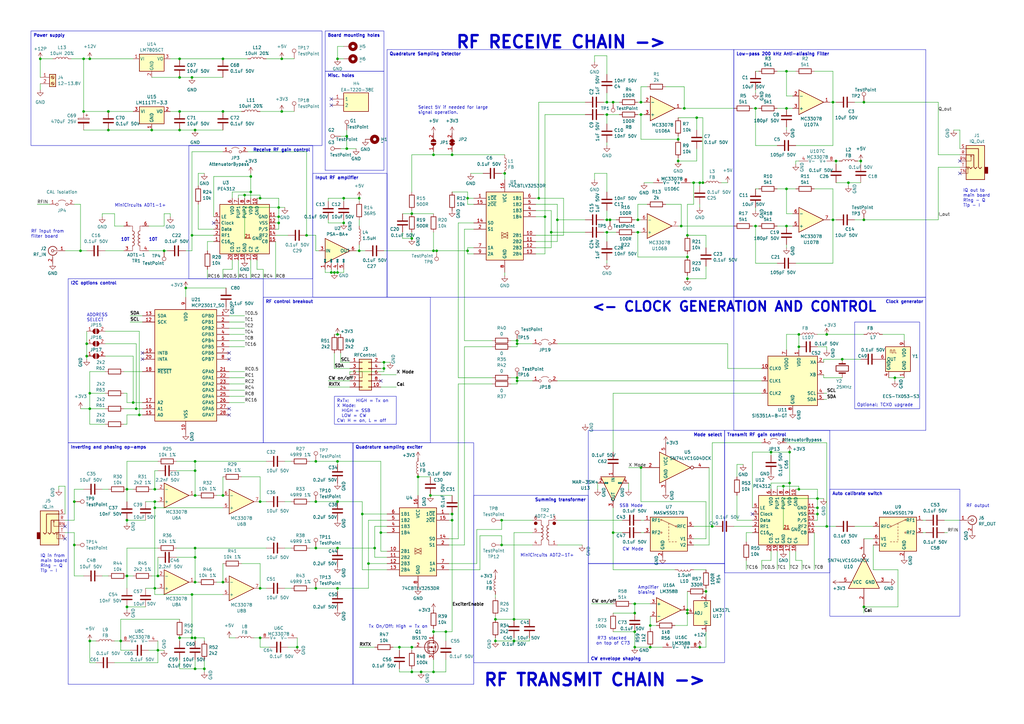
<source format=kicad_sch>
(kicad_sch (version 20231120) (generator "eeschema") (generator_version "8.0")
  (paper "A3")
  (title_block (title "T41 RF Board") (date "2024-09-07") (rev "V012.6") (comment 1 "        Transcribed to KiCAD by OG King-KI3P") (comment 2 "By Al Peter-AC8GY, Revised by WJ Schmidt-K9HZ") (comment 3 "Change log: Changed R35&R37 to 0R"))
  (junction (at 266.7 256.54))
  (junction (at 322.58 92.71))
  (junction (at 129.54 205.74))
  (junction (at 281.94 96.52))
  (junction (at 129.54 241.3))
  (junction (at 30.48 205.74))
  (junction (at 138.43 224.79))
  (junction (at 185.42 63.5))
  (junction (at 176.53 203.2))
  (junction (at 347.98 74.93))
  (junction (at 63.5 205.74))
  (junction (at 281.94 250.19))
  (junction (at 138.43 241.3))
  (junction (at 163.83 265.43))
  (junction (at 148.59 210.82))
  (junction (at 34.29 45.72))
  (junction (at 80.01 203.2))
  (junction (at 106.68 81.28))
  (junction (at 168.91 97.79))
  (junction (at 64.77 236.22))
  (junction (at 36.83 161.29))
  (junction (at 279.4 92.71))
  (junction (at 226.06 95.25))
  (junction (at 52.07 236.22))
  (junction (at 35.56 146.05))
  (junction (at 288.29 74.93))
  (junction (at 191.77 81.28))
  (junction (at 322.58 77.47))
  (junction (at 142.24 60.96))
  (junction (at 114.3 85.09))
  (junction (at 278.13 66.04))
  (junction (at 102.87 72.39))
  (junction (at 260.35 251.46))
  (junction (at 106.68 241.3))
  (junction (at 177.8 102.87))
  (junction (at 73.66 31.75))
  (junction (at 220.98 81.28))
  (junction (at 73.66 261.62))
  (junction (at 80.01 53.34))
  (junction (at 179.07 102.87))
  (junction (at 100.33 80.01))
  (junction (at 281.94 105.41))
  (junction (at 212.09 156.21))
  (junction (at 57.15 170.18))
  (junction (at 309.88 44.45))
  (junction (at 223.52 88.9))
  (junction (at 106.68 261.62))
  (junction (at 153.67 224.79))
  (junction (at 138.43 137.16))
  (junction (at 35.56 140.97))
  (junction (at 16.51 24.13))
  (junction (at 63.5 241.3))
  (junction (at 80.01 274.32))
  (junction (at 251.46 41.91))
  (junction (at 341.63 90.17))
  (junction (at 172.72 275.59))
  (junction (at 34.29 24.13))
  (junction (at 280.67 44.45))
  (junction (at 125.73 96.52))
  (junction (at 353.06 66.04))
  (junction (at 138.43 205.74))
  (junction (at 64.77 266.7))
  (junction (at 342.9 66.04))
  (junction (at 354.33 248.92))
  (junction (at 73.66 53.34))
  (junction (at 91.44 203.2))
  (junction (at 367.03 154.94))
  (junction (at 142.24 55.88))
  (junction (at 185.42 210.82))
  (junction (at 292.1 215.9))
  (junction (at 281.94 251.46))
  (junction (at 80.01 238.76))
  (junction (at 284.48 74.93))
  (junction (at 261.62 95.25))
  (junction (at 36.83 24.13))
  (junction (at 83.82 274.32))
  (junction (at 36.83 262.89))
  (junction (at 91.44 238.76))
  (junction (at 212.09 139.7))
  (junction (at 262.89 41.91))
  (junction (at 341.63 41.91))
  (junction (at 327.66 200.66))
  (junction (at 248.92 90.17))
  (junction (at 147.32 102.87))
  (junction (at 322.58 44.45))
  (junction (at 30.48 223.52))
  (junction (at 44.45 45.72))
  (junction (at 63.5 208.28))
  (junction (at 55.88 167.64))
  (junction (at 203.2 262.89))
  (junction (at 36.83 167.64))
  (junction (at 106.68 205.74))
  (junction (at 80.01 228.6))
  (junction (at 205.74 213.36))
  (junction (at 138.43 189.23))
  (junction (at 129.54 224.79))
  (junction (at 260.35 265.43))
  (junction (at 80.01 224.79))
  (junction (at 266.7 265.43))
  (junction (at 339.09 137.16))
  (junction (at 191.77 102.87))
  (junction (at 287.02 265.43))
  (junction (at 115.57 45.72))
  (junction (at 250.19 90.17))
  (junction (at 52.07 200.66))
  (junction (at 248.92 46.99))
  (junction (at 309.88 92.71))
  (junction (at 73.66 45.72))
  (junction (at 251.46 218.44))
  (junction (at 147.32 81.28))
  (junction (at 212.09 154.94))
  (junction (at 354.33 90.17))
  (junction (at 129.54 189.23))
  (junction (at 177.8 63.5))
  (junction (at 248.92 95.25))
  (junction (at 322.58 29.21))
  (junction (at 102.87 78.74))
  (junction (at 52.07 213.36))
  (junction (at 140.97 81.28))
  (junction (at 262.89 191.77))
  (junction (at 262.89 46.99))
  (junction (at 91.44 24.13))
  (junction (at 78.74 243.84))
  (junction (at 151.13 231.14))
  (junction (at 52.07 248.92))
  (junction (at 345.44 147.32))
  (junction (at 73.66 24.13))
  (junction (at 49.53 262.89))
  (junction (at 168.91 265.43))
  (junction (at 78.74 261.62))
  (junction (at 121.92 265.43))
  (junction (at 248.92 41.91))
  (junction (at 63.5 200.66))
  (junction (at 260.35 259.08))
  (junction (at 78.74 96.52))
  (junction (at 114.3 91.44))
  (junction (at 321.31 199.39))
  (junction (at 210.82 262.89))
  (junction (at 76.2 118.11))
  (junction (at 177.8 259.08))
  (junction (at 281.94 114.3))
  (junction (at 177.8 275.59))
  (junction (at 138.43 24.13))
  (junction (at 327.66 137.16))
  (junction (at 157.48 148.59))
  (junction (at 54.61 165.1))
  (junction (at 182.88 259.08))
  (junction (at 289.56 242.57))
  (junction (at 339.09 215.9))
  (junction (at 135.89 111.76))
  (junction (at 140.97 91.44))
  (junction (at 335.28 210.82))
  (junction (at 260.35 247.65))
  (junction (at 168.91 275.59))
  (junction (at 323.85 198.12))
  (junction (at 80.01 193.04))
  (junction (at 212.09 140.97))
  (junction (at 91.44 45.72))
  (junction (at 138.43 111.76))
  (junction (at 323.85 185.42))
  (junction (at 44.45 53.34))
  (junction (at 261.62 90.17))
  (junction (at 203.2 254))
  (junction (at 228.6 90.17))
  (junction (at 137.16 111.76))
  (junction (at 80.01 189.23))
  (junction (at 205.74 223.52))
  (junction (at 80.01 261.62))
  (junction (at 115.57 24.13))
  (junction (at 157.48 151.13))
  (junction (at 335.28 208.28))
  (junction (at 114.3 88.9))
  (junction (at 327.66 142.24))
  (junction (at 287.02 74.93))
  (junction (at 33.02 102.87))
  (junction (at 316.23 185.42))
  (junction (at 210.82 254))
  (junction (at 171.45 195.58))
  (junction (at 354.33 41.91))
  (junction (at 278.13 57.15))
  (junction (at 78.74 31.75))
  (junction (at 156.21 218.44))
  (junction (at 168.91 87.63))
  (junction (at 285.75 48.26))
  (junction (at 335.28 204.47))
  (junction (at 185.42 213.36))
  (junction (at 62.23 53.34))
  (junction (at 67.31 102.87))
  (junction (at 207.01 71.12))
  (no_connect (at 26.67 220.98))
  (no_connect (at 135.89 43.18))
  (no_connect (at 93.98 144.78))
  (no_connect (at 93.98 167.64))
  (no_connect (at 58.42 147.32))
  (no_connect (at 308.61 210.82))
  (no_connect (at 87.63 91.44))
  (no_connect (at 93.98 170.18))
  (no_connect (at 26.67 215.9))
  (no_connect (at 58.42 144.78))
  (no_connect (at 393.7 66.04))
  (no_connect (at 393.7 71.12))
  (no_connect (at 135.89 40.64))
  (no_connect (at 156.21 156.21))
  (no_connect (at 93.98 147.32))
  (wire (pts (xy 247.65 90.17) (xy 248.92 90.17)))
  (wire (pts (xy 342.9 66.04) (xy 342.9 67.31)))
  (wire (pts (xy 182.88 275.59) (xy 177.8 275.59)))
  (wire (pts (xy 337.82 147.32) (xy 345.44 147.32)))
  (wire (pts (xy 139.7 60.96) (xy 142.24 60.96)))
  (wire (pts (xy 339.09 181.61) (xy 339.09 215.9)))
  (wire (pts (xy 358.14 233.68) (xy 368.3 233.68)))
  (wire (pts (xy 137.16 137.16) (xy 138.43 137.16)))
  (wire (pts (xy 142.24 55.88) (xy 142.24 53.34)))
  (wire (pts (xy 342.9 66.04) (xy 344.17 66.04)))
  (wire (pts (xy 210.82 254) (xy 217.17 254)))
  (wire (pts (xy 322.58 92.71) (xy 325.12 92.71)))
  (wire (pts (xy 298.45 140.97) (xy 298.45 151.13)))
  (wire (pts (xy 100.33 160.02) (xy 93.98 160.02)))
  (wire (pts (xy 67.31 87.63) (xy 69.85 87.63)))
  (wire (pts (xy 33.02 102.87) (xy 35.56 102.87)))
  (wire (pts (xy 191.77 81.28) (xy 191.77 83.82)))
  (wire (pts (xy 33.02 167.64) (xy 36.83 167.64)))
  (wire (pts (xy 322.58 87.63) (xy 322.58 77.47)))
  (wire (pts (xy 318.77 29.21) (xy 322.58 29.21)))
  (wire (pts (xy 289.56 109.22) (xy 289.56 114.3)))
  (wire (pts (xy 63.5 241.3) (xy 64.77 241.3)))
  (wire (pts (xy 337.82 153.67) (xy 337.82 154.94)))
  (wire (pts (xy 182.88 259.08) (xy 185.42 259.08)))
  (wire (pts (xy 341.63 90.17) (xy 342.9 90.17)))
  (wire (pts (xy 201.93 157.48) (xy 187.96 157.48)))
  (wire (pts (xy 284.48 83.82) (xy 284.48 74.93)))
  (wire (pts (xy 36.83 167.64) (xy 43.18 167.64)))
  (wire (pts (xy 49.53 254) (xy 49.53 262.89)))
  (wire (pts (xy 129.54 189.23) (xy 138.43 189.23)))
  (wire (pts (xy 143.51 152.4) (xy 157.48 152.4)))
  (wire (pts (xy 138.43 241.3) (xy 138.43 242.57)))
  (wire (pts (xy 80.01 274.32) (xy 83.82 274.32)))
  (wire (pts (xy 33.02 83.82) (xy 33.02 102.87)))
  (wire (pts (xy 158.75 210.82) (xy 148.59 210.82)))
  (wire (pts (xy 153.67 215.9) (xy 153.67 224.79)))
  (wire (pts (xy 295.91 74.93) (xy 298.45 74.93)))
  (wire (pts (xy 287.02 265.43) (xy 289.56 265.43)))
  (wire (pts (xy 193.04 71.12) (xy 198.12 71.12)))
  (wire (pts (xy 191.77 101.6) (xy 194.31 101.6)))
  (wire (pts (xy 105.41 110.49) (xy 105.41 106.68)))
  (wire (pts (xy 354.33 220.98) (xy 358.14 220.98)))
  (wire (pts (xy 73.66 254) (xy 49.53 254)))
  (wire (pts (xy 73.66 45.72) (xy 91.44 45.72)))
  (wire (pts (xy 63.5 208.28) (xy 63.5 241.3)))
  (wire (pts (xy 190.5 93.98) (xy 190.5 139.7)))
  (wire (pts (xy 147.32 102.87) (xy 149.86 102.87)))
  (wire (pts (xy 209.55 154.94) (xy 212.09 154.94)))
  (wire (pts (xy 59.69 241.3) (xy 63.5 241.3)))
  (wire (pts (xy 72.39 189.23) (xy 80.01 189.23)))
  (wire (pts (xy 203.2 252.73) (xy 203.2 254)))
  (wire (pts (xy 292.1 181.61) (xy 292.1 215.9)))
  (wire (pts (xy 168.91 63.5) (xy 168.91 78.74)))
  (wire (pts (xy 138.43 189.23) (xy 156.21 189.23)))
  (wire (pts (xy 134.62 90.17) (xy 134.62 91.44)))
  (wire (pts (xy 228.6 213.36) (xy 255.27 213.36)))
  (wire (pts (xy 43.18 152.4) (xy 36.83 152.4)))
  (wire (pts (xy 281.94 251.46) (xy 281.94 256.54)))
  (wire (pts (xy 228.6 140.97) (xy 298.45 140.97)))
  (wire (pts (xy 100.33 165.1) (xy 93.98 165.1)))
  (wire (pts (xy 49.53 266.7) (xy 53.34 266.7)))
  (wire (pts (xy 36.83 24.13) (xy 54.61 24.13)))
  (wire (pts (xy 243.84 22.86) (xy 248.92 22.86)))
  (wire (pts (xy 53.34 129.54) (xy 58.42 129.54)))
  (wire (pts (xy 281.94 242.57) (xy 281.94 250.19)))
  (wire (pts (xy 36.83 271.78) (xy 36.83 262.89)))
  (wire (pts (xy 306.07 218.44) (xy 308.61 218.44)))
  (wire (pts (xy 158.75 213.36) (xy 151.13 213.36)))
  (wire (pts (xy 251.46 233.68) (xy 251.46 218.44)))
  (wire (pts (xy 30.48 200.66) (xy 34.29 200.66)))
  (wire (pts (xy 114.3 91.44) (xy 114.3 93.98)))
  (wire (pts (xy 190.5 223.52) (xy 190.5 142.24)))
  (wire (pts (xy 134.62 158.75) (xy 143.51 158.75)))
  (wire (pts (xy 46.99 92.71) (xy 46.99 87.63)))
  (wire (pts (xy 116.84 224.79) (xy 119.38 224.79)))
  (wire (pts (xy 203.2 262.89) (xy 210.82 262.89)))
  (wire (pts (xy 102.87 106.68) (xy 102.87 114.3)))
  (wire (pts (xy 55.88 167.64) (xy 58.42 167.64)))
  (wire (pts (xy 64.77 189.23) (xy 52.07 189.23)))
  (wire (pts (xy 138.43 241.3) (xy 151.13 241.3)))
  (wire (pts (xy 171.45 195.58) (xy 171.45 203.2)))
  (wire (pts (xy 168.91 265.43) (xy 170.18 265.43)))
  (wire (pts (xy 100.33 142.24) (xy 93.98 142.24)))
  (wire (pts (xy 83.82 270.51) (xy 83.82 274.32)))
  (wire (pts (xy 80.01 238.76) (xy 81.28 238.76)))
  (wire (pts (xy 114.3 81.28) (xy 114.3 85.09)))
  (wire (pts (xy 261.62 95.25) (xy 261.62 105.41)))
  (wire (pts (xy 43.18 140.97) (xy 55.88 140.97)))
  (wire (pts (xy 220.98 81.28) (xy 231.14 81.28)))
  (wire (pts (xy 30.48 213.36) (xy 30.48 205.74)))
  (wire (pts (xy 261.62 41.91) (xy 262.89 41.91)))
  (wire (pts (xy 80.01 193.04) (xy 80.01 203.2)))
  (wire (pts (xy 335.28 204.47) (xy 335.28 208.28)))
  (wire (pts (xy 146.05 102.87) (xy 147.32 102.87)))
  (wire (pts (xy 262.89 218.44) (xy 264.16 218.44)))
  (wire (pts (xy 279.4 92.71) (xy 278.13 92.71)))
  (wire (pts (xy 322.58 77.47) (xy 326.39 77.47)))
  (wire (pts (xy 49.53 262.89) (xy 49.53 266.7)))
  (wire (pts (xy 30.48 223.52) (xy 30.48 236.22)))
  (wire (pts (xy 116.84 205.74) (xy 119.38 205.74)))
  (wire (pts (xy 285.75 60.96) (xy 285.75 66.04)))
  (wire (pts (xy 134.62 81.28) (xy 140.97 81.28)))
  (wire (pts (xy 334.01 218.44) (xy 334.01 233.68)))
  (wire (pts (xy 140.97 90.17) (xy 140.97 91.44)))
  (wire (pts (xy 157.48 151.13) (xy 157.48 148.59)))
  (wire (pts (xy 104.14 261.62) (xy 106.68 261.62)))
  (wire (pts (xy 323.85 185.42) (xy 323.85 198.12)))
  (wire (pts (xy 73.66 274.32) (xy 80.01 274.32)))
  (wire (pts (xy 177.8 259.08) (xy 177.8 260.35)))
  (wire (pts (xy 176.53 203.2) (xy 185.42 203.2)))
  (wire (pts (xy 106.68 80.01) (xy 106.68 81.28)))
  (wire (pts (xy 289.56 205.74) (xy 289.56 220.98)))
  (wire (pts (xy 142.24 60.96) (xy 146.05 60.96)))
  (wire (pts (xy 210.82 218.44) (xy 218.44 218.44)))
  (wire (pts (xy 308.61 185.42) (xy 316.23 185.42)))
  (wire (pts (xy 35.56 147.32) (xy 35.56 146.05)))
  (wire (pts (xy 127 189.23) (xy 129.54 189.23)))
  (wire (pts (xy 148.59 210.82) (xy 148.59 233.68)))
  (wire (pts (xy 283.21 74.93) (xy 284.48 74.93)))
  (wire (pts (xy 64.77 228.6) (xy 64.77 236.22)))
  (wire (pts (xy 248.92 41.91) (xy 251.46 41.91)))
  (wire (pts (xy 168.91 63.5) (xy 177.8 63.5)))
  (wire (pts (xy 76.2 118.11) (xy 92.71 118.11)))
  (wire (pts (xy 384.81 41.91) (xy 354.33 41.91)))
  (wire (pts (xy 321.31 199.39) (xy 327.66 199.39)))
  (wire (pts (xy 80.01 261.62) (xy 80.01 262.89)))
  (wire (pts (xy 341.63 77.47) (xy 341.63 90.17)))
  (wire (pts (xy 287.02 74.93) (xy 288.29 74.93)))
  (wire (pts (xy 312.42 229.87) (xy 316.23 229.87)))
  (wire (pts (xy 203.2 243.84) (xy 203.2 245.11)))
  (wire (pts (xy 177.8 257.81) (xy 177.8 259.08)))
  (wire (pts (xy 52.07 248.92) (xy 59.69 248.92)))
  (wire (pts (xy 322.58 29.21) (xy 326.39 29.21)))
  (wire (pts (xy 260.35 95.25) (xy 261.62 95.25)))
  (wire (pts (xy 240.03 46.99) (xy 223.52 46.99)))
  (wire (pts (xy 16.51 24.13) (xy 21.59 24.13)))
  (wire (pts (xy 212.09 154.94) (xy 212.09 156.21)))
  (wire (pts (xy 289.56 114.3) (xy 281.94 114.3)))
  (wire (pts (xy 341.63 107.95) (xy 341.63 90.17)))
  (wire (pts (xy 260.35 90.17) (xy 261.62 90.17)))
  (wire (pts (xy 280.67 44.45) (xy 279.4 44.45)))
  (wire (pts (xy 36.83 161.29) (xy 36.83 167.64)))
  (wire (pts (xy 205.74 223.52) (xy 218.44 223.52)))
  (wire (pts (xy 26.67 199.39) (xy 24.13 199.39)))
  (wire (pts (xy 278.13 55.88) (xy 278.13 57.15)))
  (wire (pts (xy 148.59 205.74) (xy 148.59 210.82)))
  (wire (pts (xy 339.09 161.29) (xy 337.82 161.29)))
  (wire (pts (xy 309.88 59.69) (xy 309.88 44.45)))
  (wire (pts (xy 52.07 213.36) (xy 52.07 214.63)))
  (wire (pts (xy 309.88 107.95) (xy 318.77 107.95)))
  (wire (pts (xy 34.29 24.13) (xy 34.29 45.72)))
  (wire (pts (xy 393.7 63.5) (xy 384.81 63.5)))
  (wire (pts (xy 318.77 199.39) (xy 321.31 199.39)))
  (wire (pts (xy 78.74 102.87) (xy 78.74 96.52)))
  (wire (pts (xy 334.01 29.21) (xy 341.63 29.21)))
  (wire (pts (xy 52.07 170.18) (xy 52.07 173.99)))
  (wire (pts (xy 248.92 71.12) (xy 248.92 78.74)))
  (wire (pts (xy 41.91 200.66) (xy 44.45 200.66)))
  (wire (pts (xy 302.26 213.36) (xy 302.26 203.2)))
  (wire (pts (xy 168.91 274.32) (xy 168.91 275.59)))
  (wire (pts (xy 190.5 139.7) (xy 201.93 139.7)))
  (wire (pts (xy 321.31 217.17) (xy 321.31 204.47)))
  (wire (pts (xy 217.17 262.89) (xy 210.82 262.89)))
  (wire (pts (xy 248.92 46.99) (xy 248.92 50.8)))
  (wire (pts (xy 347.98 74.93) (xy 353.06 74.93)))
  (wire (pts (xy 148.59 233.68) (xy 158.75 233.68)))
  (wire (pts (xy 281.94 104.14) (xy 281.94 105.41)))
  (wire (pts (xy 370.84 137.16) (xy 370.84 139.7)))
  (wire (pts (xy 248.92 95.25) (xy 248.92 99.06)))
  (wire (pts (xy 196.85 233.68) (xy 196.85 219.71)))
  (wire (pts (xy 322.58 100.33) (xy 322.58 101.6)))
  (wire (pts (xy 242.57 247.65) (xy 251.46 247.65)))
  (wire (pts (xy 318.77 77.47) (xy 322.58 77.47)))
  (wire (pts (xy 223.52 88.9) (xy 219.71 88.9)))
  (wire (pts (xy 302.26 190.5) (xy 304.8 190.5)))
  (wire (pts (xy 220.98 41.91) (xy 220.98 81.28)))
  (wire (pts (xy 39.37 271.78) (xy 36.83 271.78)))
  (wire (pts (xy 46.99 271.78) (xy 64.77 271.78)))
  (wire (pts (xy 257.81 191.77) (xy 262.89 191.77)))
  (wire (pts (xy 50.8 167.64) (xy 55.88 167.64)))
  (wire (pts (xy 205.74 217.17) (xy 205.74 213.36)))
  (wire (pts (xy 35.56 140.97) (xy 35.56 146.05)))
  (wire (pts (xy 281.94 83.82) (xy 284.48 83.82)))
  (wire (pts (xy 212.09 142.24) (xy 209.55 142.24)))
  (wire (pts (xy 306.07 218.44) (xy 306.07 222.25)))
  (wire (pts (xy 64.77 224.79) (xy 52.07 224.79)))
  (wire (pts (xy 151.13 241.3) (xy 151.13 231.14)))
  (wire (pts (xy 91.44 195.58) (xy 91.44 203.2)))
  (wire (pts (xy 327.66 137.16) (xy 327.66 142.24)))
  (wire (pts (xy 321.31 199.39) (xy 321.31 200.66)))
  (wire (pts (xy 191.77 104.14) (xy 191.77 102.87)))
  (wire (pts (xy 101.6 62.23) (xy 125.73 62.23)))
  (wire (pts (xy 285.75 66.04) (xy 278.13 66.04)))
  (wire (pts (xy 114.3 85.09) (xy 114.3 88.9)))
  (wire (pts (xy 289.56 96.52) (xy 281.94 96.52)))
  (wire (pts (xy 378.46 218.44) (xy 379.73 218.44)))
  (wire (pts (xy 113.03 96.52) (xy 118.11 96.52)))
  (wire (pts (xy 302.26 195.58) (xy 302.26 190.5)))
  (wire (pts (xy 261.62 83.82) (xy 261.62 90.17)))
  (wire (pts (xy 87.63 93.98) (xy 81.28 93.98)))
  (wire (pts (xy 345.44 147.32) (xy 353.06 147.32)))
  (wire (pts (xy 251.46 161.29) (xy 312.42 161.29)))
  (wire (pts (xy 187.96 157.48) (xy 187.96 220.98)))
  (wire (pts (xy 358.14 223.52) (xy 358.14 233.68)))
  (wire (pts (xy 85.09 110.49) (xy 85.09 114.3)))
  (wire (pts (xy 212.09 139.7) (xy 212.09 140.97)))
  (wire (pts (xy 219.71 101.6) (xy 226.06 101.6)))
  (wire (pts (xy 100.33 132.08) (xy 93.98 132.08)))
  (wire (pts (xy 337.82 148.59) (xy 337.82 147.32)))
  (wire (pts (xy 257.81 198.12) (xy 257.81 200.66)))
  (wire (pts (xy 156.21 218.44) (xy 156.21 226.06)))
  (wire (pts (xy 78.74 62.23) (xy 78.74 96.52)))
  (wire (pts (xy 327.66 199.39) (xy 327.66 200.66)))
  (wire (pts (xy 91.44 110.49) (xy 91.44 114.3)))
  (wire (pts (xy 91.44 110.49) (xy 95.25 110.49)))
  (wire (pts (xy 106.68 195.58) (xy 106.68 205.74)))
  (wire (pts (xy 142.24 55.88) (xy 142.24 60.96)))
  (wire (pts (xy 163.83 275.59) (xy 168.91 275.59)))
  (wire (pts (xy 76.2 118.11) (xy 76.2 121.92)))
  (wire (pts (xy 248.92 46.99) (xy 254 46.99)))
  (wire (pts (xy 316.23 198.12) (xy 316.23 200.66)))
  (wire (pts (xy 350.52 41.91) (xy 354.33 41.91)))
  (wire (pts (xy 185.42 63.5) (xy 207.01 63.5)))
  (wire (pts (xy 106.68 231.14) (xy 106.68 241.3)))
  (wire (pts (xy 114.3 88.9) (xy 113.03 88.9)))
  (wire (pts (xy 185.42 213.36) (xy 185.42 259.08)))
  (wire (pts (xy 177.8 275.59) (xy 177.8 270.51)))
  (wire (pts (xy 171.45 195.58) (xy 176.53 195.58)))
  (wire (pts (xy 334.01 213.36) (xy 335.28 213.36)))
  (wire (pts (xy 156.21 153.67) (xy 162.56 153.67)))
  (wire (pts (xy 168.91 95.25) (xy 168.91 97.79)))
  (wire (pts (xy 182.88 259.08) (xy 177.8 259.08)))
  (wire (pts (xy 308.61 208.28) (xy 308.61 185.42)))
  (wire (pts (xy 187.96 220.98) (xy 184.15 220.98)))
  (wire (pts (xy 78.74 31.75) (xy 91.44 31.75)))
  (wire (pts (xy 284.48 220.98) (xy 289.56 220.98)))
  (wire (pts (xy 67.31 92.71) (xy 67.31 87.63)))
  (wire (pts (xy 251.46 259.08) (xy 260.35 259.08)))
  (wire (pts (xy 177.8 62.23) (xy 177.8 63.5)))
  (wire (pts (xy 137.16 151.13) (xy 137.16 144.78)))
  (wire (pts (xy 212.09 156.21) (xy 212.09 157.48)))
  (wire (pts (xy 347.98 74.93) (xy 347.98 76.2)))
  (wire (pts (xy 205.74 213.36) (xy 218.44 213.36)))
  (wire (pts (xy 100.33 154.94) (xy 93.98 154.94)))
  (wire (pts (xy 262.89 213.36) (xy 264.16 213.36)))
  (wire (pts (xy 312.42 151.13) (xy 298.45 151.13)))
  (wire (pts (xy 80.01 261.62) (xy 78.74 261.62)))
  (wire (pts (xy 52.07 248.92) (xy 52.07 250.19)))
  (wire (pts (xy 248.92 58.42) (xy 248.92 59.69)))
  (wire (pts (xy 158.75 218.44) (xy 156.21 218.44)))
  (wire (pts (xy 322.58 181.61) (xy 339.09 181.61)))
  (wire (pts (xy 243.84 71.12) (xy 248.92 71.12)))
  (wire (pts (xy 334.01 210.82) (xy 335.28 210.82)))
  (wire (pts (xy 138.43 110.49) (xy 138.43 111.76)))
  (wire (pts (xy 219.71 104.14) (xy 223.52 104.14)))
  (wire (pts (xy 52.07 224.79) (xy 52.07 236.22)))
  (wire (pts (xy 83.82 261.62) (xy 80.01 261.62)))
  (wire (pts (xy 350.52 215.9) (xy 358.14 215.9)))
  (wire (pts (xy 287.02 74.93) (xy 287.02 76.2)))
  (wire (pts (xy 248.92 22.86) (xy 248.92 30.48)))
  (wire (pts (xy 97.79 106.68) (xy 97.79 114.3)))
  (wire (pts (xy 194.31 81.28) (xy 191.77 81.28)))
  (wire (pts (xy 265.43 35.56) (xy 262.89 35.56)))
  (wire (pts (xy 262.89 46.99) (xy 264.16 46.99)))
  (wire (pts (xy 266.7 265.43) (xy 271.78 265.43)))
  (wire (pts (xy 63.5 243.84) (xy 63.5 241.3)))
  (wire (pts (xy 46.99 87.63) (xy 41.91 87.63)))
  (wire (pts (xy 97.79 81.28) (xy 97.79 80.01)))
  (wire (pts (xy 322.58 143.51) (xy 322.58 137.16)))
  (wire (pts (xy 341.63 41.91) (xy 342.9 41.91)))
  (wire (pts (xy 43.18 135.89) (xy 57.15 135.89)))
  (wire (pts (xy 339.09 137.16) (xy 354.33 137.16)))
  (wire (pts (xy 323.85 198.12) (xy 323.85 200.66)))
  (wire (pts (xy 156.21 189.23) (xy 156.21 218.44)))
  (wire (pts (xy 34.29 45.72) (xy 44.45 45.72)))
  (wire (pts (xy 26.67 210.82) (xy 26.67 199.39)))
  (wire (pts (xy 109.22 24.13) (xy 115.57 24.13)))
  (wire (pts (xy 129.54 102.87) (xy 130.81 102.87)))
  (wire (pts (xy 312.42 229.87) (xy 312.42 233.68)))
  (wire (pts (xy 127 224.79) (xy 129.54 224.79)))
  (wire (pts (xy 163.83 265.43) (xy 163.83 266.7)))
  (wire (pts (xy 212.09 140.97) (xy 218.44 140.97)))
  (wire (pts (xy 185.42 213.36) (xy 185.42 210.82)))
  (wire (pts (xy 247.65 95.25) (xy 248.92 95.25)))
  (wire (pts (xy 106.68 81.28) (xy 114.3 81.28)))
  (wire (pts (xy 76.2 102.87) (xy 78.74 102.87)))
  (wire (pts (xy 113.03 93.98) (xy 114.3 93.98)))
  (wire (pts (xy 135.89 111.76) (xy 137.16 111.76)))
  (wire (pts (xy 73.66 31.75) (xy 78.74 31.75)))
  (wire (pts (xy 261.62 46.99) (xy 262.89 46.99)))
  (wire (pts (xy 100.33 137.16) (xy 93.98 137.16)))
  (wire (pts (xy 273.05 83.82) (xy 279.4 83.82)))
  (wire (pts (xy 80.01 270.51) (xy 80.01 274.32)))
  (wire (pts (xy 156.21 158.75) (xy 162.56 158.75)))
  (wire (pts (xy 309.88 92.71) (xy 311.15 92.71)))
  (wire (pts (xy 161.29 265.43) (xy 163.83 265.43)))
  (wire (pts (xy 323.85 198.12) (xy 316.23 198.12)))
  (wire (pts (xy 30.48 218.44) (xy 30.48 223.52)))
  (wire (pts (xy 184.15 223.52) (xy 190.5 223.52)))
  (wire (pts (xy 139.7 144.78) (xy 139.7 148.59)))
  (wire (pts (xy 60.96 102.87) (xy 67.31 102.87)))
  (wire (pts (xy 100.33 97.79) (xy 100.33 85.09)))
  (wire (pts (xy 105.41 81.28) (xy 106.68 81.28)))
  (wire (pts (xy 100.33 152.4) (xy 93.98 152.4)))
  (wire (pts (xy 147.32 81.28) (xy 147.32 82.55)))
  (wire (pts (xy 368.3 248.92) (xy 354.33 248.92)))
  (wire (pts (xy 156.21 151.13) (xy 157.48 151.13)))
  (wire (pts (xy 318.77 44.45) (xy 322.58 44.45)))
  (wire (pts (xy 309.88 92.71) (xy 309.88 107.95)))
  (wire (pts (xy 327.66 66.04) (xy 326.39 66.04)))
  (wire (pts (xy 78.74 243.84) (xy 63.5 243.84)))
  (wire (pts (xy 350.52 90.17) (xy 354.33 90.17)))
  (wire (pts (xy 292.1 181.61) (xy 312.42 181.61)))
  (wire (pts (xy 165.1 87.63) (xy 168.91 87.63)))
  (wire (pts (xy 261.62 95.25) (xy 262.89 95.25)))
  (wire (pts (xy 327.66 200.66) (xy 335.28 200.66)))
  (wire (pts (xy 228.6 99.06) (xy 228.6 90.17)))
  (wire (pts (xy 335.28 210.82) (xy 335.28 213.36)))
  (wire (pts (xy 63.5 205.74) (xy 64.77 205.74)))
  (wire (pts (xy 78.74 96.52) (xy 87.63 96.52)))
  (wire (pts (xy 264.16 74.93) (xy 267.97 74.93)))
  (wire (pts (xy 309.88 29.21) (xy 311.15 29.21)))
  (wire (pts (xy 177.8 102.87) (xy 179.07 102.87)))
  (wire (pts (xy 100.33 129.54) (xy 93.98 129.54)))
  (wire (pts (xy 326.39 59.69) (xy 341.63 59.69)))
  (wire (pts (xy 341.63 59.69) (xy 341.63 41.91)))
  (wire (pts (xy 334.01 77.47) (xy 341.63 77.47)))
  (wire (pts (xy 80.01 228.6) (xy 80.01 238.76)))
  (wire (pts (xy 26.67 218.44) (xy 30.48 218.44)))
  (wire (pts (xy 212.09 156.21) (xy 218.44 156.21)))
  (wire (pts (xy 318.77 92.71) (xy 322.58 92.71)))
  (wire (pts (xy 182.88 259.08) (xy 182.88 262.89)))
  (wire (pts (xy 318.77 226.06) (xy 318.77 233.68)))
  (wire (pts (xy 73.66 24.13) (xy 91.44 24.13)))
  (wire (pts (xy 129.54 205.74) (xy 138.43 205.74)))
  (wire (pts (xy 41.91 87.63) (xy 41.91 88.9)))
  (wire (pts (xy 41.91 236.22) (xy 44.45 236.22)))
  (wire (pts (xy 106.68 241.3) (xy 109.22 241.3)))
  (wire (pts (xy 184.15 231.14) (xy 195.58 231.14)))
  (wire (pts (xy 64.77 193.04) (xy 63.5 193.04)))
  (wire (pts (xy 85.09 99.06) (xy 85.09 102.87)))
  (wire (pts (xy 273.05 35.56) (xy 280.67 35.56)))
  (wire (pts (xy 140.97 81.28) (xy 140.97 82.55)))
  (wire (pts (xy 106.68 261.62) (xy 106.68 265.43)))
  (wire (pts (xy 262.89 191.77) (xy 262.89 205.74)))
  (wire (pts (xy 223.52 104.14) (xy 223.52 88.9)))
  (wire (pts (xy 99.06 195.58) (xy 106.68 195.58)))
  (wire (pts (xy 281.94 256.54) (xy 276.86 256.54)))
  (wire (pts (xy 308.61 213.36) (xy 302.26 213.36)))
  (wire (pts (xy 80.01 189.23) (xy 80.01 193.04)))
  (wire (pts (xy 184.15 210.82) (xy 185.42 210.82)))
  (wire (pts (xy 118.11 265.43) (xy 121.92 265.43)))
  (wire (pts (xy 326.39 107.95) (xy 341.63 107.95)))
  (wire (pts (xy 168.91 87.63) (xy 177.8 87.63)))
  (wire (pts (xy 393.7 60.96) (xy 393.7 53.34)))
  (wire (pts (xy 163.83 274.32) (xy 163.83 275.59)))
  (wire (pts (xy 80.01 224.79) (xy 80.01 228.6)))
  (wire (pts (xy 113.03 91.44) (xy 114.3 91.44)))
  (wire (pts (xy 340.36 90.17) (xy 341.63 90.17)))
  (wire (pts (xy 52.07 236.22) (xy 54.61 236.22)))
  (wire (pts (xy 316.23 229.87) (xy 316.23 226.06)))
  (wire (pts (xy 210.82 261.62) (xy 210.82 262.89)))
  (wire (pts (xy 58.42 170.18) (xy 57.15 170.18)))
  (wire (pts (xy 52.07 189.23) (xy 52.07 200.66)))
  (wire (pts (xy 219.71 96.52) (xy 231.14 96.52)))
  (wire (pts (xy 177.8 63.5) (xy 185.42 63.5)))
  (wire (pts (xy 351.79 66.04) (xy 353.06 66.04)))
  (wire (pts (xy 191.77 78.74) (xy 185.42 78.74)))
  (wire (pts (xy 54.61 146.05) (xy 54.61 165.1)))
  (wire (pts (xy 251.46 233.68) (xy 276.86 233.68)))
  (wire (pts (xy 57.15 135.89) (xy 57.15 170.18)))
  (wire (pts (xy 177.8 95.25) (xy 177.8 102.87)))
  (wire (pts (xy 284.48 233.68) (xy 289.56 233.68)))
  (wire (pts (xy 289.56 101.6) (xy 289.56 96.52)))
  (wire (pts (xy 100.33 139.7) (xy 93.98 139.7)))
  (wire (pts (xy 127 205.74) (xy 129.54 205.74)))
  (wire (pts (xy 262.89 205.74) (xy 289.56 205.74)))
  (wire (pts (xy 81.28 71.12) (xy 83.82 71.12)))
  (wire (pts (xy 100.33 80.01) (xy 106.68 80.01)))
  (wire (pts (xy 354.33 251.46) (xy 354.33 248.92)))
  (wire (pts (xy 44.45 45.72) (xy 54.61 45.72)))
  (wire (pts (xy 106.68 205.74) (xy 109.22 205.74)))
  (wire (pts (xy 15.24 83.82) (xy 20.32 83.82)))
  (wire (pts (xy 279.4 92.71) (xy 300.99 92.71)))
  (wire (pts (xy 113.03 99.06) (xy 113.03 114.3)))
  (wire (pts (xy 91.44 62.23) (xy 78.74 62.23)))
  (wire (pts (xy 284.48 215.9) (xy 292.1 215.9)))
  (wire (pts (xy 97.79 80.01) (xy 100.33 80.01)))
  (wire (pts (xy 353.06 66.04) (xy 353.06 67.31)))
  (wire (pts (xy 247.65 46.99) (xy 248.92 46.99)))
  (wire (pts (xy 57.15 170.18) (xy 52.07 170.18)))
  (wire (pts (xy 95.25 78.74) (xy 95.25 81.28)))
  (wire (pts (xy 191.77 83.82) (xy 194.31 83.82)))
  (wire (pts (xy 35.56 135.89) (xy 35.56 140.97)))
  (wire (pts (xy 54.61 165.1) (xy 58.42 165.1)))
  (wire (pts (xy 114.3 91.44) (xy 114.3 88.9)))
  (wire (pts (xy 378.46 213.36) (xy 379.73 213.36)))
  (wire (pts (xy 195.58 217.17) (xy 205.74 217.17)))
  (wire (pts (xy 73.66 274.32) (xy 73.66 270.51)))
  (wire (pts (xy 226.06 95.25) (xy 226.06 86.36)))
  (wire (pts (xy 143.51 153.67) (xy 143.51 152.4)))
  (wire (pts (xy 322.58 137.16) (xy 327.66 137.16)))
  (wire (pts (xy 59.69 205.74) (xy 63.5 205.74)))
  (wire (pts (xy 248.92 106.68) (xy 248.92 107.95)))
  (wire (pts (xy 50.8 152.4) (xy 58.42 152.4)))
  (wire (pts (xy 285.75 48.26) (xy 285.75 53.34)))
  (wire (pts (xy 16.51 34.29) (xy 16.51 36.83)))
  (wire (pts (xy 262.89 41.91) (xy 264.16 41.91)))
  (wire (pts (xy 292.1 215.9) (xy 293.37 215.9)))
  (wire (pts (xy 226.06 95.25) (xy 240.03 95.25)))
  (wire (pts (xy 190.5 142.24) (xy 201.93 142.24)))
  (wire (pts (xy 335.28 208.28) (xy 334.01 208.28)))
  (wire (pts (xy 259.08 247.65) (xy 260.35 247.65)))
  (wire (pts (xy 262.89 57.15) (xy 262.89 46.99)))
  (wire (pts (xy 29.21 24.13) (xy 34.29 24.13)))
  (wire (pts (xy 63.5 208.28) (xy 63.5 205.74)))
  (wire (pts (xy 191.77 102.87) (xy 191.77 101.6)))
  (wire (pts (xy 16.51 24.13) (xy 16.51 31.75)))
  (wire (pts (xy 284.48 223.52) (xy 290.83 223.52)))
  (wire (pts (xy 323.85 226.06) (xy 323.85 233.68)))
  (wire (pts (xy 24.13 199.39) (xy 24.13 200.66)))
  (wire (pts (xy 63.5 193.04) (xy 63.5 200.66)))
  (wire (pts (xy 73.66 261.62) (xy 78.74 261.62)))
  (wire (pts (xy 309.88 85.09) (xy 309.88 86.36)))
  (wire (pts (xy 207.01 71.12) (xy 207.01 73.66)))
  (wire (pts (xy 281.94 96.52) (xy 281.94 83.82)))
  (wire (pts (xy 157.48 152.4) (xy 157.48 151.13)))
  (wire (pts (xy 339.09 137.16) (xy 335.28 137.16)))
  (wire (pts (xy 290.83 191.77) (xy 290.83 223.52)))
  (wire (pts (xy 361.95 137.16) (xy 370.84 137.16)))
  (wire (pts (xy 52.07 213.36) (xy 59.69 213.36)))
  (wire (pts (xy 262.89 57.15) (xy 278.13 57.15)))
  (wire (pts (xy 251.46 41.91) (xy 254 41.91)))
  (wire (pts (xy 165.1 97.79) (xy 165.1 95.25)))
  (wire (pts (xy 284.48 74.93) (xy 287.02 74.93)))
  (wire (pts (xy 80.01 203.2) (xy 81.28 203.2)))
  (wire (pts (xy 125.73 62.23) (xy 125.73 96.52)))
  (wire (pts (xy 88.9 203.2) (xy 91.44 203.2)))
  (wire (pts (xy 80.01 189.23) (xy 109.22 189.23)))
  (wire (pts (xy 212.09 157.48) (xy 209.55 157.48)))
  (wire (pts (xy 60.96 266.7) (xy 64.77 266.7)))
  (wire (pts (xy 368.3 233.68) (xy 368.3 248.92)))
  (wire (pts (xy 127 241.3) (xy 129.54 241.3)))
  (wire (pts (xy 102.87 72.39) (xy 102.87 78.74)))
  (wire (pts (xy 168.91 86.36) (xy 168.91 87.63)))
  (wire (pts (xy 269.24 256.54) (xy 266.7 256.54)))
  (wire (pts (xy 309.88 77.47) (xy 311.15 77.47)))
  (wire (pts (xy 99.06 231.14) (xy 106.68 231.14)))
  (wire (pts (xy 243.84 73.66) (xy 243.84 71.12)))
  (wire (pts (xy 248.92 86.36) (xy 248.92 90.17)))
  (wire (pts (xy 163.83 265.43) (xy 168.91 265.43)))
  (wire (pts (xy 251.46 251.46) (xy 260.35 251.46)))
  (wire (pts (xy 85.09 99.06) (xy 87.63 99.06)))
  (wire (pts (xy 278.13 48.26) (xy 285.75 48.26)))
  (wire (pts (xy 391.16 53.34) (xy 393.7 53.34)))
  (wire (pts (xy 52.07 200.66) (xy 54.61 200.66)))
  (wire (pts (xy 184.15 233.68) (xy 196.85 233.68)))
  (wire (pts (xy 30.48 236.22) (xy 34.29 236.22)))
  (wire (pts (xy 81.28 93.98) (xy 81.28 83.82)))
  (wire (pts (xy 384.81 68.58) (xy 393.7 68.58)))
  (wire (pts (xy 287.02 83.82) (xy 287.02 85.09)))
  (wire (pts (xy 115.57 45.72) (xy 120.65 45.72)))
  (wire (pts (xy 72.39 228.6) (xy 80.01 228.6)))
  (wire (pts (xy 251.46 218.44) (xy 255.27 218.44)))
  (wire (pts (xy 157.48 148.59) (xy 156.21 148.59)))
  (wire (pts (xy 140.97 81.28) (xy 147.32 81.28)))
  (wire (pts (xy 384.81 41.91) (xy 384.81 63.5)))
  (wire (pts (xy 187.96 91.44) (xy 194.31 91.44)))
  (wire (pts (xy 36.83 173.99) (xy 36.83 167.64)))
  (wire (pts (xy 334.01 215.9) (xy 339.09 215.9)))
  (wire (pts (xy 50.8 161.29) (xy 52.07 161.29)))
  (wire (pts (xy 100.33 157.48) (xy 93.98 157.48)))
  (wire (pts (xy 210.82 218.44) (xy 210.82 254)))
  (wire (pts (xy 279.4 83.82) (xy 279.4 92.71)))
  (wire (pts (xy 325.12 87.63) (xy 322.58 87.63)))
  (wire (pts (xy 285.75 48.26) (xy 288.29 48.26)))
  (wire (pts (xy 260.35 265.43) (xy 260.35 259.08)))
  (wire (pts (xy 134.62 82.55) (xy 134.62 81.28)))
  (wire (pts (xy 278.13 64.77) (xy 278.13 66.04)))
  (wire (pts (xy 129.54 102.87) (xy 129.54 96.52)))
  (wire (pts (xy 280.67 35.56) (xy 280.67 44.45)))
  (wire (pts (xy 157.48 102.87) (xy 177.8 102.87)))
  (wire (pts (xy 248.92 90.17) (xy 250.19 90.17)))
  (wire (pts (xy 153.67 228.6) (xy 158.75 228.6)))
  (wire (pts (xy 335.28 204.47) (xy 337.82 204.47)))
  (wire (pts (xy 308.61 92.71) (xy 309.88 92.71)))
  (wire (pts (xy 165.1 97.79) (xy 168.91 97.79)))
  (wire (pts (xy 340.36 41.91) (xy 341.63 41.91)))
  (wire (pts (xy 168.91 265.43) (xy 168.91 266.7)))
  (wire (pts (xy 63.5 200.66) (xy 64.77 200.66)))
  (wire (pts (xy 318.77 200.66) (xy 318.77 199.39)))
  (wire (pts (xy 185.42 213.36) (xy 184.15 213.36)))
  (wire (pts (xy 30.48 83.82) (xy 33.02 83.82)))
  (wire (pts (xy 248.92 95.25) (xy 252.73 95.25)))
  (wire (pts (xy 260.35 247.65) (xy 260.35 251.46)))
  (wire (pts (xy 226.06 86.36) (xy 219.71 86.36)))
  (wire (pts (xy 322.58 44.45) (xy 325.12 44.45)))
  (wire (pts (xy 306.07 229.87) (xy 306.07 233.68)))
  (wire (pts (xy 60.96 92.71) (xy 67.31 92.71)))
  (wire (pts (xy 80.01 53.34) (xy 91.44 53.34)))
  (wire (pts (xy 147.32 90.17) (xy 147.32 92.71)))
  (wire (pts (xy 147.32 100.33) (xy 147.32 102.87)))
  (wire (pts (xy 387.35 213.36) (xy 393.7 213.36)))
  (wire (pts (xy 36.83 24.13) (xy 34.29 24.13)))
  (wire (pts (xy 289.56 241.3) (xy 289.56 242.57)))
  (wire (pts (xy 260.35 265.43) (xy 266.7 265.43)))
  (wire (pts (xy 341.63 29.21) (xy 341.63 41.91)))
  (wire (pts (xy 133.35 111.76) (xy 135.89 111.76)))
  (wire (pts (xy 309.88 44.45) (xy 311.15 44.45)))
  (wire (pts (xy 138.43 205.74) (xy 148.59 205.74)))
  (wire (pts (xy 250.19 90.17) (xy 252.73 90.17)))
  (wire (pts (xy 248.92 38.1) (xy 248.92 41.91)))
  (wire (pts (xy 64.77 271.78) (xy 64.77 266.7)))
  (wire (pts (xy 326.39 229.87) (xy 326.39 226.06)))
  (wire (pts (xy 72.39 193.04) (xy 80.01 193.04)))
  (wire (pts (xy 326.39 66.04) (xy 326.39 67.31)))
  (wire (pts (xy 80.01 224.79) (xy 109.22 224.79)))
  (wire (pts (xy 52.07 200.66) (xy 52.07 205.74)))
  (wire (pts (xy 53.34 132.08) (xy 58.42 132.08)))
  (wire (pts (xy 100.33 162.56) (xy 93.98 162.56)))
  (wire (pts (xy 151.13 213.36) (xy 151.13 231.14)))
  (wire (pts (xy 281.94 251.46) (xy 281.94 250.19)))
  (wire (pts (xy 205.74 71.12) (xy 207.01 71.12)))
  (wire (pts (xy 281.94 113.03) (xy 281.94 114.3)))
  (wire (pts (xy 384.81 68.58) (xy 384.81 90.17)))
  (wire (pts (xy 223.52 46.99) (xy 223.52 88.9)))
  (wire (pts (xy 91.44 243.84) (xy 78.74 243.84)))
  (wire (pts (xy 228.6 90.17) (xy 228.6 83.82)))
  (wire (pts (xy 39.37 262.89) (xy 36.83 262.89)))
  (wire (pts (xy 265.43 83.82) (xy 261.62 83.82)))
  (wire (pts (xy 100.33 85.09) (xy 114.3 85.09)))
  (wire (pts (xy 240.03 41.91) (xy 220.98 41.91)))
  (wire (pts (xy 107.95 110.49) (xy 107.95 114.3)))
  (wire (pts (xy 217.17 261.62) (xy 217.17 262.89)))
  (wire (pts (xy 96.52 261.62) (xy 93.98 261.62)))
  (wire (pts (xy 34.29 53.34) (xy 44.45 53.34)))
  (wire (pts (xy 87.63 72.39) (xy 102.87 72.39)))
  (wire (pts (xy 134.62 91.44) (xy 140.97 91.44)))
  (wire (pts (xy 26.67 213.36) (xy 30.48 213.36)))
  (wire (pts (xy 243.84 25.4) (xy 243.84 22.86)))
  (wire (pts (xy 266.7 256.54) (xy 266.7 257.81)))
  (wire (pts (xy 168.91 275.59) (xy 172.72 275.59)))
  (wire (pts (xy 91.44 208.28) (xy 63.5 208.28)))
  (wire (pts (xy 100.33 80.01) (xy 100.33 81.28)))
  (wire (pts (xy 322.58 52.07) (xy 322.58 53.34)))
  (wire (pts (xy 129.54 224.79) (xy 138.43 224.79)))
  (wire (pts (xy 288.29 48.26) (xy 288.29 74.93)))
  (wire (pts (xy 156.21 226.06) (xy 158.75 226.06)))
  (wire (pts (xy 153.67 224.79) (xy 153.67 228.6)))
  (wire (pts (xy 172.72 275.59) (xy 177.8 275.59)))
  (wire (pts (xy 316.23 185.42) (xy 316.23 186.69)))
  (wire (pts (xy 106.68 265.43) (xy 110.49 265.43)))
  (wire (pts (xy 196.85 219.71) (xy 205.74 219.71)))
  (wire (pts (xy 62.23 200.66) (xy 63.5 200.66)))
  (wire (pts (xy 52.07 161.29) (xy 52.07 165.1)))
  (wire (pts (xy 52.07 236.22) (xy 52.07 241.3)))
  (wire (pts (xy 114.3 85.09) (xy 116.84 85.09)))
  (wire (pts (xy 115.57 24.13) (xy 120.65 24.13)))
  (wire (pts (xy 138.43 137.16) (xy 139.7 137.16)))
  (wire (pts (xy 194.31 104.14) (xy 191.77 104.14)))
  (wire (pts (xy 147.32 265.43) (xy 153.67 265.43)))
  (wire (pts (xy 327.66 142.24) (xy 327.66 143.51)))
  (wire (pts (xy 81.28 76.2) (xy 81.28 71.12)))
  (wire (pts (xy 251.46 208.28) (xy 251.46 218.44)))
  (wire (pts (xy 91.44 231.14) (xy 91.44 238.76)))
  (wire (pts (xy 308.61 44.45) (xy 309.88 44.45)))
  (wire (pts (xy 107.95 110.49) (xy 105.41 110.49)))
  (wire (pts (xy 203.2 261.62) (xy 203.2 262.89)))
  (wire (pts (xy 322.58 39.37) (xy 322.58 29.21)))
  (wire (pts (xy 280.67 44.45) (xy 300.99 44.45)))
  (wire (pts (xy 187.96 91.44) (xy 187.96 154.94)))
  (wire (pts (xy 102.87 72.39) (xy 102.87 71.12)))
  (wire (pts (xy 106.68 45.72) (xy 115.57 45.72)))
  (wire (pts (xy 219.71 81.28) (xy 220.98 81.28)))
  (wire (pts (xy 133.35 110.49) (xy 133.35 111.76)))
  (wire (pts (xy 139.7 55.88) (xy 142.24 55.88)))
  (wire (pts (xy 52.07 165.1) (xy 54.61 165.1)))
  (wire (pts (xy 62.23 236.22) (xy 64.77 236.22)))
  (wire (pts (xy 135.89 110.49) (xy 135.89 111.76)))
  (wire (pts (xy 289.56 243.84) (xy 289.56 242.57)))
  (wire (pts (xy 36.83 152.4) (xy 36.83 161.29)))
  (wire (pts (xy 55.88 140.97) (xy 55.88 167.64)))
  (wire (pts (xy 102.87 78.74) (xy 102.87 81.28)))
  (wire (pts (xy 129.54 241.3) (xy 138.43 241.3)))
  (wire (pts (xy 88.9 238.76) (xy 91.44 238.76)))
  (wire (pts (xy 43.18 102.87) (xy 50.8 102.87)))
  (wire (pts (xy 26.67 102.87) (xy 33.02 102.87)))
  (wire (pts (xy 195.58 231.14) (xy 195.58 217.17)))
  (wire (pts (xy 212.09 140.97) (xy 212.09 142.24)))
  (wire (pts (xy 95.25 110.49) (xy 95.25 106.68)))
  (wire (pts (xy 367.03 154.94) (xy 367.03 156.21)))
  (wire (pts (xy 69.85 87.63) (xy 69.85 88.9)))
  (wire (pts (xy 321.31 204.47) (xy 335.28 204.47)))
  (wire (pts (xy 251.46 161.29) (xy 251.46 185.42)))
  (wire (pts (xy 325.12 39.37) (xy 322.58 39.37)))
  (wire (pts (xy 43.18 161.29) (xy 36.83 161.29)))
  (wire (pts (xy 138.43 24.13) (xy 140.97 24.13)))
  (wire (pts (xy 62.23 53.34) (xy 73.66 53.34)))
  (wire (pts (xy 247.65 41.91) (xy 248.92 41.91)))
  (wire (pts (xy 100.33 134.62) (xy 93.98 134.62)))
  (wire (pts (xy 102.87 78.74) (xy 95.25 78.74)))
  (wire (pts (xy 260.35 247.65) (xy 266.7 247.65)))
  (wire (pts (xy 367.03 154.94) (xy 370.84 154.94)))
  (wire (pts (xy 83.82 261.62) (xy 83.82 262.89)))
  (wire (pts (xy 231.14 96.52) (xy 231.14 81.28)))
  (wire (pts (xy 261.62 90.17) (xy 262.89 90.17)))
  (wire (pts (xy 185.42 62.23) (xy 185.42 63.5)))
  (wire (pts (xy 43.18 173.99) (xy 36.83 173.99)))
  (wire (pts (xy 318.77 59.69) (xy 309.88 59.69)))
  (wire (pts (xy 73.66 53.34) (xy 80.01 53.34)))
  (wire (pts (xy 62.23 31.75) (xy 73.66 31.75)))
  (wire (pts (xy 335.28 142.24) (xy 339.09 142.24)))
  (wire (pts (xy 46.99 262.89) (xy 49.53 262.89)))
  (wire (pts (xy 91.44 24.13) (xy 101.6 24.13)))
  (wire (pts (xy 190.5 93.98) (xy 194.31 93.98)))
  (wire (pts (xy 262.89 35.56) (xy 262.89 41.91)))
  (wire (pts (xy 138.43 19.05) (xy 138.43 24.13)))
  (wire (pts (xy 226.06 101.6) (xy 226.06 95.25)))
  (wire (pts (xy 50.8 173.99) (xy 52.07 173.99)))
  (wire (pts (xy 335.28 200.66) (xy 335.28 204.47)))
  (wire (pts (xy 91.44 45.72) (xy 99.06 45.72)))
  (wire (pts (xy 219.71 99.06) (xy 228.6 99.06)))
  (wire (pts (xy 207.01 111.76) (xy 207.01 113.03)))
  (wire (pts (xy 335.28 210.82) (xy 335.28 208.28)))
  (wire (pts (xy 179.07 102.87) (xy 191.77 102.87)))
  (wire (pts (xy 191.77 81.28) (xy 191.77 78.74)))
  (wire (pts (xy 219.71 83.82) (xy 228.6 83.82)))
  (wire (pts (xy 261.62 105.41) (xy 281.94 105.41)))
  (wire (pts (xy 326.39 200.66) (xy 327.66 200.66)))
  (wire (pts (xy 69.85 45.72) (xy 73.66 45.72)))
  (wire (pts (xy 139.7 148.59) (xy 143.51 148.59)))
  (wire (pts (xy 62.23 53.34) (xy 44.45 53.34)))
  (wire (pts (xy 228.6 90.17) (xy 240.03 90.17)))
  (wire (pts (xy 134.62 156.21) (xy 143.51 156.21)))
  (wire (pts (xy 158.75 215.9) (xy 153.67 215.9)))
  (wire (pts (xy 289.56 259.08) (xy 289.56 265.43)))
  (wire (pts (xy 328.93 229.87) (xy 328.93 233.68)))
  (wire (pts (xy 138.43 190.5) (xy 138.43 189.23)))
  (wire (pts (xy 209.55 139.7) (xy 212.09 139.7)))
  (wire (pts (xy 129.54 96.52) (xy 125.73 96.52)))
  (wire (pts (xy 364.49 154.94) (xy 367.03 154.94)))
  (wire (pts (xy 116.84 241.3) (xy 119.38 241.3)))
  (wire (pts (xy 140.97 111.76) (xy 140.97 110.49)))
  (wire (pts (xy 121.92 261.62) (xy 121.92 265.43)))
  (wire (pts (xy 203.2 254) (xy 210.82 254)))
  (wire (pts (xy 187.96 154.94) (xy 201.93 154.94)))
  (wire (pts (xy 78.74 261.62) (xy 78.74 243.84)))
  (wire (pts (xy 151.13 231.14) (xy 158.75 231.14)))
  (wire (pts (xy 64.77 262.89) (xy 64.77 266.7)))
  (wire (pts (xy 266.7 252.73) (xy 266.7 256.54)))
  (wire (pts (xy 339.09 163.83) (xy 337.82 163.83)))
  (wire (pts (xy 316.23 185.42) (xy 323.85 185.42)))
  (wire (pts (xy 137.16 111.76) (xy 138.43 111.76)))
  (wire (pts (xy 87.63 88.9) (xy 87.63 72.39)))
  (wire (pts (xy 342.9 74.93) (xy 347.98 74.93)))
  (wire (pts (xy 143.51 151.13) (xy 137.16 151.13)))
  (wire (pts (xy 228.6 156.21) (xy 312.42 156.21)))
  (wire (pts (xy 157.48 148.59) (xy 160.02 148.59)))
  (wire (pts (xy 337.82 154.94) (xy 345.44 154.94)))
  (wire (pts (xy 245.11 198.12) (xy 245.11 200.66)))
  (wire (pts (xy 67.31 266.7) (xy 64.77 266.7)))
  (wire (pts (xy 354.33 90.17) (xy 384.81 90.17)))
  (wire (pts (xy 72.39 224.79) (xy 80.01 224.79)))
  (wire (pts (xy 43.18 146.05) (xy 54.61 146.05)))
  (wire (pts (xy 73.66 261.62) (xy 73.66 262.89)))
  (wire (pts (xy 205.74 219.71) (xy 205.74 223.52)))
  (wire (pts (xy 30.48 205.74) (xy 30.48 200.66)))
  (wire (pts (xy 309.88 36.83) (xy 309.88 38.1)))
  (wire (pts (xy 69.85 24.13) (xy 73.66 24.13)))
  (wire (pts (xy 138.43 111.76) (xy 140.97 111.76)))
  (wire (pts (xy 140.97 19.05) (xy 138.43 19.05)))
  (wire (pts (xy 339.09 215.9) (xy 342.9 215.9)))
  (wire (pts (xy 83.82 274.32) (xy 83.82 275.59)))
  (wire (pts (xy 300.99 215.9) (xy 308.61 215.9)))
  (wire (pts (xy 328.93 229.87) (xy 326.39 229.87)))
  (wire (pts (xy 116.84 189.23) (xy 119.38 189.23)))
  (wire (pts (xy 182.88 270.51) (xy 182.88 275.59)))
  (wire (pts (xy 67.31 102.87) (xy 68.58 102.87)))
  (wire (pts (xy 138.43 224.79) (xy 153.67 224.79)))
  (wire (pts (xy 339.09 142.24) (xy 339.09 143.51)))
  (wire (pts (xy 388.62 218.44) (xy 387.35 218.44)))
  (wire (pts (xy 46.99 92.71) (xy 50.8 92.71)))
  (wire (pts (xy 228.6 223.52) (xy 238.76 223.52)))
  (text_box "RF control breakout" (at 107.95 121.92 0) (size 68.58 59.69) (effects (font (size 1.27 1.27) (bold yes)) (justify left top)))
  (text_box "Auto calibrate switch" (at 340.36 200.66 0) (size 53.34 52.07) (effects (font (size 1.27 1.27) (thickness 0.254) (bold yes)) (justify left top)))
  (text_box "Power supply" (at 12.7 12.7 0) (size 119.38 46.99) (effects (font (size 1.27 1.27) (thickness 0.254) (bold yes)) (justify left top)))
  (text_box "Optional: TCXO upgrade" (at 350.52 132.08 0) (size 26.67 35.56) (effects (font (size 1.27 1.27)) (justify left bottom)))
  (text_box "Mode select" (at 241.3 176.53 0) (size 55.88 54.61) (effects (font (size 1.27 1.27) (thickness 0.254) (bold yes)) (justify right top)))
  (text_box "Inverting and phasing op-amps" (at 27.94 181.61 0) (size 116.84 99.06) (effects (font (size 1.27 1.27) (thickness 0.254) (bold yes)) (justify left top)))
  (text_box "Transmit RF gain control" (at 297.18 176.53 0) (size 43.18 58.42) (effects (font (size 1.27 1.27) (thickness 0.254) (bold yes)) (justify left top)))
  (text_box "Input RF amplifier" (at 128.27 71.12 0) (size 30.48 50.8) (effects (font (size 1.27 1.27) (thickness 0.254) (bold yes)) (justify left top)))
  (text_box "Low-pass 200 kHz Anti-aliasing Filter" (at 300.99 20.32 0) (size 78.74 101.6) (effects (font (size 1.27 1.27) (thickness 0.254) (bold yes)) (justify left top)))
  (text_box "Clock generator" (at 300.99 121.92 0) (size 78.74 54.61) (effects (font (size 1.27 1.27) (thickness 0.254) (bold yes)) (justify right top)))
  (text_box "Summing transformer" (at 194.31 203.2 0) (size 46.99 68.58) (effects (font (size 1.27 1.27) (thickness 0.254) (bold yes)) (justify right top)))
  (text_box "I2C options control" (at 27.94 114.3 0) (size 80.01 67.31) (effects (font (size 1.27 1.27) (bold yes)) (justify left top)))
  (text_box "RxTx:   HIGH = Tx on\nX Mode:\n  HIGH = SSB\n  LOW = CW\nCW: H = on, L = off" (at 137.16 162.56 0) (size 25.4 11.43) (effects (font (size 1.27 1.27)) (justify left top)))
  (text_box "Quadrature sampling exciter" (at 144.78 181.61 0) (size 49.53 99.06) (effects (font (size 1.27 1.27) (thickness 0.254) (bold yes)) (justify left top)))
  (text_box "Quadrature Sampling Detector" (at 158.75 20.32 0) (size 142.24 101.6) (effects (font (size 1.27 1.27) (thickness 0.254) (bold yes)) (justify left top)))
  (text_box "Receive RF gain control" (at 77.47 59.69 0) (size 50.8 54.61) (effects (font (size 1.27 1.27) (thickness 0.254) (bold yes)) (justify right top)))
  (text_box "Misc. holes" (at 133.35 29.21 0) (size 24.13 40.64) (effects (font (size 1.27 1.27) (thickness 0.254) (bold yes)) (justify left top)))
  (text_box "CW envelope shaping" (at 241.3 231.14 0) (size 55.88 40.64) (effects (font (size 1.27 1.27) (thickness 0.254) (bold yes)) (justify left bottom)))
  (text_box "Board mounting holes" (at 133.35 12.7 0) (size 24.13 16.51) (effects (font (size 1.27 1.27) (thickness 0.254) (bold yes)) (justify left top)))
  (text "RF output" (at 396.24 208.28 0) (effects (font (size 1.27 1.27)) (justify left bottom)))
  (text "RF input from\nfilter board" (at 12.7 97.79 0) (effects (font (size 1.27 1.27)) (justify left bottom)))
  (text "Amplifier \nbiasing" (at 261.62 243.84 0) (effects (font (size 1.27 1.27)) (justify left bottom)))
  (text "<- CLOCK GENERATION AND CONTROL" (at 242.57 128.27 0) (effects (font (size 4 4) (bold yes)) (justify left bottom)))
  (text "IQ out to \nmain board\nRing - Q\nTip - I" (at 394.97 85.09 0) (effects (font (size 1.27 1.27)) (justify left bottom)))
  (text "CW Mode" (at 255.27 226.06 0) (effects (font (size 1.27 1.27)) (justify left bottom)))
  (text "R73 stacked \non top of C73" (at 251.46 262.89 0) (effects (font (size 1.27 1.27))))
  (text "10T" (at 60.96 99.06 0) (effects (font (size 1.27 1.27) (bold yes)) (justify left bottom)))
  (text "RF RECEIVE CHAIN ->" (at 186.69 20.32 0) (effects (font (size 5 5) (bold yes)) (justify left bottom)))
  (text "Select 5V if needed for large \nsignal operation." (at 171.45 46.99 0) (effects (font (size 1.27 1.27)) (justify left bottom)))
  (text "ADDRESS\nSELECT" (at 35.56 132.08 0) (effects (font (size 1.27 1.27)) (justify left bottom)))
  (text "Tx On/Off: High = Tx on" (at 151.13 257.81 0) (effects (font (size 1.27 1.27)) (justify left bottom)))
  (text "SSB Mode" (at 254 208.28 0) (effects (font (size 1.27 1.27)) (justify left bottom)))
  (text "IQ in from \nmain board\nRing - Q\nTip - I" (at 16.51 234.95 0) (effects (font (size 1.27 1.27)) (justify left bottom)))
  (text "MiniCircuits ADT2-1T+" (at 213.36 228.6 0) (effects (font (size 1.27 1.27)) (justify left bottom)))
  (text "MiniCircuits ADT1-1+" (at 46.99 85.09 0) (effects (font (size 1.27 1.27)) (justify left bottom)))
  (text "10T" (at 49.53 99.06 0) (effects (font (size 1.27 1.27) (bold yes)) (justify left bottom)))
  (text "RF TRANSMIT CHAIN ->" (at 198.12 281.94 0) (effects (font (size 5 5) (bold yes)) (justify left bottom)))
  (label "TC1" (at 100.33 132.08 0))
  (label "X Mode" (at 257.81 191.77 0))
  (label "RC0.5" (at 91.44 114.3 0))
  (label "TC8" (at 334.01 233.68 0))
  (label "TC4" (at 100.33 137.16 0))
  (label "ExciterEnable" (at 185.42 248.92 0) (effects (font (bold yes))))
  (label "SCL" (at 339.09 161.29 0) (effects (font (bold yes))))
  (label "RXTX" (at 134.62 158.75 0) (effects (font (thickness 0.254) (bold yes))))
  (label "RC8" (at 100.33 162.56 0))
  (label "RC0.5" (at 100.33 152.4 0))
  (label "Q_out" (at 384.81 45.72 0))
  (label "SDA" (at 53.34 129.54 0) (effects (font (bold yes))))
  (label "SDA" (at 137.16 151.13 0) (effects (font (bold yes))))
  (label "TC8" (at 100.33 139.7 0))
  (label "Cal" (at 354.33 251.46 0) (effects (font (thickness 0.254) (bold yes))))
  (label "TC1" (at 318.77 233.68 0))
  (label "RC1" (at 97.79 114.3 0))
  (label "SCL" (at 139.7 148.59 0) (effects (font (bold yes))))
  (label "RXTX" (at 147.32 265.43 0) (effects (font (thickness 0.254) (bold yes))))
  (label "I_out" (at 384.81 88.9 0))
  (label "RC8" (at 113.03 114.3 0))
  (label "RC16" (at 85.09 114.3 0))
  (label "CW on{slash}off" (at 134.62 156.21 0) (effects (font (bold yes))))
  (label "SDA" (at 339.09 163.83 0) (effects (font (bold yes))))
  (label "RC1" (at 100.33 154.94 0))
  (label "SCL" (at 53.34 132.08 0) (effects (font (bold yes))))
  (label "RC2" (at 102.87 114.3 0))
  (label "RC2" (at 100.33 157.48 0))
  (label "TC0.5" (at 312.42 233.68 0))
  (label "RC4" (at 100.33 160.02 0))
  (label "TC16" (at 306.07 233.68 0))
  (label "RC16" (at 100.33 165.1 0))
  (label "RFIN" (at 388.62 218.44 0))
  (label "TC2" (at 323.85 233.68 0))
  (label "CW on{slash}off" (at 242.57 247.65 0) (effects (font (bold yes))))
  (label "TC4" (at 328.93 233.68 0))
  (label "X Mode" (at 162.56 153.67 0) (effects (font (thickness 0.254) (bold yes))))
  (label "TC16" (at 100.33 142.24 0))
  (label "RC4" (at 107.95 114.3 0))
  (label "Cal" (at 162.56 158.75 0) (effects (font (thickness 0.254) (bold yes))))
  (label "RFIN" (at 15.24 83.82 0))
  (label "TC2" (at 100.33 134.62 0))
  (label "TC0.5" (at 100.33 129.54 0))
  (symbol (lib_id "Device:R") (at 203.2 248.92 180) (unit 1)
    (property "Reference" "R26" (at 204.978 247.7079 0) (effects (justify right)))
    (property "Value" "2k2" (at 204.978 250.1321 0) (effects (justify right)))
    (property "Footprint" "Resistor_SMD:R_1206_3216Metric" (effects (hide yes)))
  )
  (symbol (lib_id "Connector:TestPoint") (at 129.54 205.74 0) (unit 1)
    (property "Reference" "TP10" (at 130.937 201.2259 0) (effects (justify left)))
    (property "Value" "TestPoint" (at 130.937 203.6501 0) (effects (justify left)))
    (property "Footprint" "Connector_PinHeader_2.54mm:PinHeader_1x01_P2.54mm_Vertical" (effects (hide yes)))
  )
  (symbol (lib_id "Device:R") (at 177.8 91.44 0) (unit 1)
    (property "Reference" "R20" (at 179.578 90.2279 0) (effects (justify left)))
    (property "Value" "10k" (at 179.578 92.6521 0) (effects (justify left)))
    (property "Footprint" "Resistor_SMD:R_1206_3216Metric" (effects (hide yes)))
  )
  (symbol (lib_id "Connector:TestPoint") (at 120.65 45.72 0) (unit 1)
    (property "Reference" "TP18" (at 122.047 41.2059 0) (effects (justify left)))
    (property "Value" "TestPoint" (at 122.047 43.6301 0) (effects (justify left)))
    (property "Footprint" "Connector_PinHeader_2.54mm:PinHeader_1x01_P2.54mm_Vertical" (effects (hide yes)))
  )
  (symbol (lib_id "Device:R") (at 123.19 224.79 90) (unit 1)
    (property "Reference" "R38" (at 123.19 219.6297 90))
    (property "Value" "49R9 1%" (at 123.19 222.0539 90))
    (property "Footprint" "Resistor_SMD:R_1206_3216Metric" (effects (hide yes)))
  )
  (symbol (lib_id "Connector_Audio:AudioJack3_SwitchTR") (at 398.78 63.5 0) (mirror y) (unit 1)
    (property "Reference" "J1" (at 400.685 55.5457 0))
    (property "Value" "IQ_Out" (at 400.685 57.9699 0))
    (property "Footprint" "T41_Library:Jack_3.5mm_STX-3081_Horizontal" (effects (hide yes)))
  )
  (symbol (lib_id "Device:R") (at 147.32 86.36 0) (unit 1)
    (property "Reference" "R14" (at 149.098 85.1479 0) (effects (justify left)))
    (property "Value" "36R5" (at 149.098 87.5721 0) (effects (justify left)))
    (property "Footprint" "Resistor_SMD:R_1206_3216Metric" (effects (hide yes)))
  )
  (symbol (lib_id "Device:C_Polarized") (at 34.29 49.53 0) (mirror y) (unit 1)
    (property "Reference" "C69" (at 31.369 47.4289 0) (effects (justify left)))
    (property "Value" "470uF 25V" (at 31.369 49.8531 0) (effects (justify left)))
    (property "Footprint" "Capacitor_THT:CP_Radial_D10.0mm_P5.00mm" (effects (hide yes)))
  )
  (symbol (lib_id "Jumper:SolderJumper_2_Open") (at 39.37 146.05 0) (unit 1) (in_bom no)
    (property "Reference" "JP17" (at 39.37 143.4409 0))
    (property "Value" "SolderJumper_2_Open" (effects (hide yes)))
    (property "Footprint" "Jumper:SolderJumper-2_P1.3mm_Open_TrianglePad1.0x1.5mm" (effects (hide yes)))
  )
  (symbol (lib_id "T41_Library:PE4312") (at 321.31 213.36 0) (mirror y) (unit 1)
    (property "Reference" "U12" (at 313.69 196.85 0) (effects (justify left)))
    (property "Value" "PE4312" (at 316.23 199.39 0) (effects (justify left)))
    (property "Footprint" "T41_Library:PE4312-QFN-20" (effects (hide yes)))
    (property "Datasheet" "https://www.psemi.com/pdf/datasheets/pe4312ds.pdf" (effects (hide yes)))
  )
  (symbol (lib_id "power:+5V") (at 147.32 81.28 0) (unit 1)
    (property "Reference" "#PWR011" (effects (hide yes)))
    (property "Value" "+5V" (at 147.32 76.2 0))
  )
  (symbol (lib_id "Device:C") (at 248.92 102.87 180) (unit 1)
    (property "Reference" "C28" (at 251.841 101.6579 0) (effects (justify right)))
    (property "Value" "10nF 50V" (at 251.841 104.0821 0) (effects (justify right)))
    (property "Footprint" "Capacitor_SMD:C_1206_3216Metric" (effects (hide yes)))
  )
  (symbol (lib_id "power:+5V") (at 353.06 66.04 0) (unit 1)
    (property "Reference" "#PWR037" (effects (hide yes)))
    (property "Value" "+5V" (at 353.06 60.96 0))
  )
  (symbol (lib_id "power:+3V3") (at 344.17 238.76 90) (unit 1)
    (property "Reference" "#PWR072" (effects (hide yes)))
    (property "Value" "+3V3" (at 344.17 241.3 90))
  )
  (symbol (lib_id "Device:R") (at 168.91 270.51 0) (unit 1)
    (property "Reference" "R48" (at 170.688 269.2979 0) (effects (justify left)))
    (property "Value" "100k" (at 170.688 271.7221 0) (effects (justify left)))
    (property "Footprint" "Resistor_SMD:R_1206_3216Metric" (effects (hide yes)))
  )
  (symbol (lib_id "Device:C") (at 346.71 215.9 90) (mirror x) (unit 1)
    (property "Reference" "C63" (at 346.71 222.2033 90))
    (property "Value" "0.1uF 50V" (at 346.71 219.7791 90))
    (property "Footprint" "Capacitor_SMD:C_1206_3216Metric" (effects (hide yes)))
  )
  (symbol (lib_id "Device:C") (at 91.44 49.53 0) (unit 1)
    (property "Reference" "C72" (at 94.361 48.3179 0) (effects (justify left)))
    (property "Value" "0.1uF 50V" (at 94.361 50.7421 0) (effects (justify left)))
    (property "Footprint" "Capacitor_SMD:C_1206_3216Metric" (effects (hide yes)))
  )
  (symbol (lib_id "Connector_Audio:AudioJack3_SwitchTR") (at 21.59 213.36 0) (unit 1)
    (property "Reference" "J5" (at 19.685 205.4057 0))
    (property "Value" "IQ_In" (at 19.685 207.8299 0))
    (property "Footprint" "T41_Library:Jack_3.5mm_STX-3081_Horizontal" (effects (hide yes)))
  )
  (symbol (lib_id "Device:R") (at 177.8 254 180) (unit 1)
    (property "Reference" "R39" (at 179.578 252.7879 0) (effects (justify right)))
    (property "Value" "10k" (at 179.578 255.2121 0) (effects (justify right)))
    (property "Footprint" "Resistor_SMD:R_1206_3216Metric" (effects (hide yes)))
  )
  (symbol (lib_id "power:GND") (at 35.56 147.32 0) (mirror y) (unit 1)
    (property "Reference" "#PWR093" (effects (hide yes)))
    (property "Value" "GND" (at 33.02 148.59 90))
  )
  (symbol (lib_id "power:+5V") (at 36.83 262.89 0) (mirror y) (unit 1)
    (property "Reference" "#PWR045" (effects (hide yes)))
    (property "Value" "+5V" (at 36.83 257.81 0))
  )
  (symbol (lib_id "Device:R") (at 68.58 189.23 90) (unit 1)
    (property "Reference" "R25" (at 68.58 184.0697 90))
    (property "Value" "10k 1%" (at 68.58 186.4939 90))
    (property "Footprint" "Resistor_SMD:R_1206_3216Metric" (effects (hide yes)))
  )
  (symbol (lib_id "power:GND") (at 339.09 143.51 0) (unit 1)
    (property "Reference" "#PWR079" (effects (hide yes)))
    (property "Value" "GND" (at 341.63 144.78 90))
  )
  (symbol (lib_id "Regulator_Linear:LM1117T-3.3") (at 62.23 45.72 0) (unit 1)
    (property "Reference" "U15" (at 62.23 39.6707 0))
    (property "Value" "LM1117T-3.3" (at 62.23 42.0949 0))
    (property "Footprint" "Package_TO_SOT_THT:TO-220-3_Vertical" (effects (hide yes)))
    (property "Datasheet" "http://www.ti.com/lit/ds/symlink/lm1117.pdf" (effects (hide yes)))
  )
  (symbol (lib_id "power:GND") (at 281.94 114.3 0) (unit 1)
    (property "Reference" "#PWR029" (effects (hide yes)))
    (property "Value" "GND" (at 281.94 118.4331 0))
  )
  (symbol (lib_id "Connector:TestPoint") (at 179.07 102.87 180) (unit 1)
    (property "Reference" "TP6" (at 177.673 107.3841 0) (effects (justify left)))
    (property "Value" "TestPoint" (at 177.673 104.9599 0) (effects (justify left)))
    (property "Footprint" "Connector_PinHeader_2.54mm:PinHeader_1x01_P2.54mm_Vertical" (effects (hide yes)))
  )
  (symbol (lib_id "power:+3V3") (at 171.45 187.96 0) (mirror y) (unit 1)
    (property "Reference" "#PWR052" (effects (hide yes)))
    (property "Value" "+3V3" (at 167.64 186.69 0))
  )
  (symbol (lib_id "power:GND") (at 243.84 73.66 0) (unit 1)
    (property "Reference" "#PWR025" (effects (hide yes)))
    (property "Value" "GND" (at 243.84 77.7931 0))
  )
  (symbol (lib_id "74xGxx:74LVC1G04") (at 278.13 191.77 0) (unit 1)
    (property "Reference" "U5" (at 281.94 185.42 0))
    (property "Value" "SN74LVC1G04DCK" (at 283.21 187.96 0))
    (property "Footprint" "T41_Library:SOT-SC70" (effects (hide yes)))
    (property "Datasheet" "https://www.ti.com/lit/ds/symlink/sn74lvc1g04.pdf" (effects (hide yes)))
  )
  (symbol (lib_id "Connector:TestPoint") (at 212.09 139.7 0) (mirror y) (unit 1)
    (property "Reference" "TP15" (at 217.17 138.43 0) (effects (justify left)))
    (property "Value" "TestPoint" (at 222.504 135.128 0) (effects (justify left)))
    (property "Footprint" "Connector_PinHeader_2.54mm:PinHeader_1x01_P2.54mm_Vertical" (effects (hide yes)))
  )
  (symbol (lib_id "Device:C") (at 44.45 49.53 0) (unit 1)
    (property "Reference" "C70" (at 47.371 48.3179 0) (effects (justify left)))
    (property "Value" "0.1uF 50V" (at 47.371 50.7421 0) (effects (justify left)))
    (property "Footprint" "Capacitor_SMD:C_1206_3216Metric" (effects (hide yes)))
  )
  (symbol (lib_id "Amplifier_Operational:MC33078") (at 271.78 44.45 0) (mirror x) (unit 1)
    (property "Reference" "U106" (at 271.78 53.6743 0))
    (property "Value" "MC33078" (at 271.78 51.2501 0))
    (property "Footprint" "Package_SO:SOIC-8_3.9x4.9mm_P1.27mm" (effects (hide yes)))
    (property "Datasheet" "https://www.onsemi.com/pub/Collateral/MC33078-D.PDF" (effects (hide yes)))
  )
  (symbol (lib_id "Device:C") (at 251.46 189.23 180) (unit 1)
    (property "Reference" "C62" (at 245.11 189.23 0) (effects (justify right)))
    (property "Value" "0.1uF 50V" (at 242.57 186.69 0) (effects (justify right)))
    (property "Footprint" "Capacitor_SMD:C_1206_3216Metric" (effects (hide yes)))
  )
  (symbol (lib_id "power:GND") (at 321.31 226.06 0) (unit 1)
    (property "Reference" "#PWR065" (effects (hide yes)))
    (property "Value" "GND" (at 321.31 229.87 0))
  )
  (symbol (lib_id "power:GND") (at 309.88 86.36 0) (unit 1)
    (property "Reference" "#PWR035" (effects (hide yes)))
    (property "Value" "GND" (at 312.42 87.63 90))
  )
  (symbol (lib_id "Device:R") (at 73.66 257.81 180) (unit 1)
    (property "Reference" "R50" (at 75.438 256.5979 0) (effects (justify right)))
    (property "Value" "2k2" (at 75.438 259.0221 0) (effects (justify right)))
    (property "Footprint" "Resistor_SMD:R_1206_3216Metric" (effects (hide yes)))
  )
  (symbol (lib_id "Device:R") (at 123.19 189.23 90) (unit 1)
    (property "Reference" "R27" (at 123.19 184.0697 90))
    (property "Value" "49R9 1%" (at 123.19 186.4939 90))
    (property "Footprint" "Resistor_SMD:R_1206_3216Metric" (effects (hide yes)))
  )
  (symbol (lib_id "Device:R") (at 81.28 80.01 0) (unit 1)
    (property "Reference" "R24" (at 83.058 78.7979 0) (effects (justify left)))
    (property "Value" "10k" (at 83.058 81.2221 0) (effects (justify left)))
    (property "Footprint" "Resistor_SMD:R_1206_3216Metric" (effects (hide yes)))
  )
  (symbol (lib_id "T41_Library:IDC_2x5") (at 148.59 153.67 0) (unit 1)
    (property "Reference" "J3" (at 149.86 143.1757 0))
    (property "Value" "RFControl" (at 149.86 145.5999 0))
    (property "Footprint" "Connector_IDC:IDC-Header_2x05_P2.54mm_Vertical" (effects (hide yes)))
  )
  (symbol (lib_id "Amplifier_Operational:MC33078") (at 332.74 90.17 0) (mirror x) (unit 2)
    (property "Reference" "U107" (at 332.74 99.3943 0))
    (property "Value" "MC33078" (at 332.74 96.9701 0))
    (property "Footprint" "Package_SO:SOIC-8_3.9x4.9mm_P1.27mm" (effects (hide yes)))
    (property "Datasheet" "https://www.onsemi.com/pub/Collateral/MC33078-D.PDF" (effects (hide yes)))
  )
  (symbol (lib_id "Device:C") (at 165.1 91.44 0) (mirror x) (unit 1)
    (property "Reference" "C20" (at 163.83 93.98 0) (effects (justify right)))
    (property "Value" "0.1uF 50V" (at 170.18 96.52 0) (effects (justify right)))
    (property "Footprint" "Capacitor_SMD:C_1206_3216Metric" (effects (hide yes)))
  )
  (symbol (lib_id "Device:R") (at 123.19 241.3 90) (unit 1)
    (property "Reference" "R43" (at 123.19 236.1397 90))
    (property "Value" "49R9 1%" (at 123.19 238.5639 90))
    (property "Footprint" "Resistor_SMD:R_1206_3216Metric" (effects (hide yes)))
  )
  (symbol (lib_id "Device:C") (at 285.75 57.15 180) (unit 1)
    (property "Reference" "C7" (at 288.671 55.9379 0) (effects (justify right)))
    (property "Value" "0.1uF 50V" (at 288.671 58.3621 0) (effects (justify right)))
    (property "Footprint" "Capacitor_SMD:C_1206_3216Metric" (effects (hide yes)))
  )
  (symbol (lib_id "Device:R") (at 58.42 236.22 90) (unit 1)
    (property "Reference" "R45" (at 58.42 231.0597 90))
    (property "Value" "2k2 1%" (at 58.42 233.4839 90))
    (property "Footprint" "Resistor_SMD:R_1206_3216Metric" (effects (hide yes)))
  )
  (symbol (lib_id "power:GND") (at 304.8 190.5 0) (unit 1)
    (property "Reference" "#PWR063" (effects (hide yes)))
    (property "Value" "GND" (at 304.8 194.6331 0))
  )
  (symbol (lib_id "Device:R") (at 205.74 142.24 90) (mirror x) (unit 1)
    (property "Reference" "R35" (at 205.74 147.4003 90))
    (property "Value" "0" (at 205.74 144.9761 90))
    (property "Footprint" "Resistor_SMD:R_1206_3216Metric" (effects (hide yes)))
  )
  (symbol (lib_id "power:GND") (at 21.59 107.95 0) (unit 1)
    (property "Reference" "#PWR02" (effects (hide yes)))
    (property "Value" "GND" (at 21.59 112.0831 0))
  )
  (symbol (lib_id "Device:C") (at 316.23 190.5 0) (mirror x) (unit 1)
    (property "Reference" "C66" (at 322.5333 190.5 90))
    (property "Value" "0.1uF 50V" (at 320.1091 190.5 90))
    (property "Footprint" "Capacitor_SMD:C_1206_3216Metric" (effects (hide yes)))
  )
  (symbol (lib_id "Connector:TestPoint") (at 129.54 224.79 0) (unit 1)
    (property "Reference" "TP11" (at 130.937 220.2759 0) (effects (justify left)))
    (property "Value" "TestPoint" (at 130.937 222.7001 0) (effects (justify left)))
    (property "Footprint" "Connector_PinHeader_2.54mm:PinHeader_1x01_P2.54mm_Vertical" (effects (hide yes)))
  )
  (symbol (lib_id "Device:R") (at 314.96 92.71 90) (unit 1)
    (property "Reference" "R18" (at 314.96 87.5497 90))
    (property "Value" "5k1" (at 314.96 89.9739 90))
    (property "Footprint" "Resistor_SMD:R_1206_3216Metric" (effects (hide yes)))
  )
  (symbol (lib_id "Device:C") (at 346.71 41.91 270) (mirror x) (unit 1)
    (property "Reference" "C3" (at 350.52 45.72 90) (effects (justify right)))
    (property "Value" "10uF 50V" (at 351.79 48.26 90) (effects (justify right)))
    (property "Footprint" "Capacitor_SMD:C_1206_3216Metric" (effects (hide yes)))
  )
  (symbol (lib_id "power:GND") (at 138.43 24.13 0) (unit 1)
    (property "Reference" "#PWR053" (effects (hide yes)))
    (property "Value" "GND" (at 138.43 28.2631 0))
  )
  (symbol (lib_id "power:GND") (at 264.16 74.93 0) (unit 1)
    (property "Reference" "#PWR032" (effects (hide yes)))
    (property "Value" "GND" (at 264.16 79.0631 0))
  )
  (symbol (lib_id "Device:R") (at 281.94 100.33 0) (mirror y) (unit 1)
    (property "Reference" "R21" (at 283.718 99.1179 0) (effects (justify right)))
    (property "Value" "10k" (at 283.718 101.5421 0) (effects (justify right)))
    (property "Footprint" "Resistor_SMD:R_1206_3216Metric" (effects (hide yes)))
  )
  (symbol (lib_id "Device:C") (at 259.08 218.44 90) (unit 1)
    (property "Reference" "C47" (at 252.73 219.71 90) (effects (justify right)))
    (property "Value" "0.1uF 50V" (at 255.27 222.25 90) (effects (justify right)))
    (property "Footprint" "Capacitor_SMD:C_1206_3216Metric" (effects (hide yes)))
  )
  (symbol (lib_id "Device:R") (at 251.46 255.27 0) (mirror y) (unit 1) (on_board no)
    (property "Reference" "R73" (at 248.92 254.3697 0) (effects (justify left)))
    (property "Value" "100k" (at 248.92 256.794 0) (effects (justify left)))
    (property "Footprint" "Resistor_SMD:R_1206_3216Metric" (effects (hide yes)))
  )
  (symbol (lib_id "power:GND") (at 278.13 66.04 0) (unit 1)
    (property "Reference" "#PWR028" (effects (hide yes)))
    (property "Value" "GND" (at 278.13 70.1731 0))
  )
  (symbol (lib_id "Connector:TestPoint") (at 250.19 90.17 0) (mirror x) (unit 1)
    (property "Reference" "TP5" (at 245.11 92.71 0) (effects (justify left)))
    (property "Value" "TestPoint" (at 251.46 92.71 0) (effects (justify left)))
    (property "Footprint" "Connector_PinHeader_2.54mm:PinHeader_1x01_P2.54mm_Vertical" (effects (hide yes)))
  )
  (symbol (lib_id "Connector:Screw_Terminal_01x02") (at 21.59 31.75 0) (unit 1)
    (property "Reference" "J4" (at 23.622 31.8079 0) (effects (justify left)))
    (property "Value" "12-13.8V" (at 23.622 34.2321 0) (effects (justify left)))
    (property "Footprint" "TerminalBlock:TerminalBlock_bornier-2_P5.08mm" (effects (hide yes)))
  )
  (symbol (lib_id "power:GND") (at 260.35 265.43 0) (mirror y) (unit 1)
    (property "Reference" "#PWR074" (effects (hide yes)))
    (property "Value" "GND" (at 264.16 266.7 0))
  )
  (symbol (lib_id "power:GND") (at 171.45 241.3 0) (unit 1)
    (property "Reference" "#PWR054" (effects (hide yes)))
    (property "Value" "GND" (at 171.45 245.4331 0))
  )
  (symbol (lib_id "power:+5V") (at 93.98 261.62 0) (mirror y) (unit 1)
    (property "Reference" "#PWR043" (effects (hide yes)))
    (property "Value" "+5V" (at 93.98 256.54 0))
  )
  (symbol (lib_id "Device:C") (at 73.66 49.53 0) (unit 1)
    (property "Reference" "C71" (at 76.581 48.3179 0) (effects (justify left)))
    (property "Value" "10uF 50V" (at 76.581 50.7421 0) (effects (justify left)))
    (property "Footprint" "Capacitor_SMD:C_1206_3216Metric" (effects (hide yes)))
  )
  (symbol (lib_id "Connector:Conn_Coaxial") (at 21.59 102.87 0) (mirror y) (unit 1)
    (property "Reference" "J2" (at 19.0499 101.9511 0) (effects (justify left)))
    (property "Value" "RF_IN" (at 19.0499 104.3753 0) (effects (justify left)))
    (property "Footprint" "Connector_Coaxial:SMA_Amphenol_901-144_Vertical" (effects (hide yes)))
    (property "Datasheet" " ~" (effects (hide yes)))
    (property "Mouser Part Number" "712-CONSMA001-G" (effects (hide yes)))
  )
  (symbol (lib_id "power:GND") (at 83.82 71.12 0) (unit 1)
    (property "Reference" "#PWR014" (effects (hide yes)))
    (property "Value" "GND" (at 83.82 75.2531 0))
  )
  (symbol (lib_id "Connector:TestPoint") (at 30.48 223.52 270) (unit 1)
    (property "Reference" "TP14" (at 35.179 222.3079 90) (effects (justify left)))
    (property "Value" "TestPoint" (at 35.179 224.7321 90) (effects (justify left)))
    (property "Footprint" "Connector_PinHeader_2.54mm:PinHeader_1x01_P2.54mm_Vertical" (effects (hide yes)))
  )
  (symbol (lib_id "Device:C") (at 289.56 105.41 180) (unit 1)
    (property "Reference" "C23" (at 292.481 104.1979 0) (effects (justify right)))
    (property "Value" "0.1uF 50V" (at 292.481 106.6221 0) (effects (justify right)))
    (property "Footprint" "Capacitor_SMD:C_1206_3216Metric" (effects (hide yes)))
  )
  (symbol (lib_id "power:+3V3") (at 339.09 137.16 0) (mirror y) (unit 1)
    (property "Reference" "#PWR078" (effects (hide yes)))
    (property "Value" "+3V3" (at 340.36 133.35 0))
  )
  (symbol (lib_id "Device:C") (at 182.88 266.7 0) (mirror x) (unit 1)
    (property "Reference" "C55" (at 186.69 262.89 0))
    (property "Value" "0.1uF 50V" (at 189.23 269.24 0))
    (property "Footprint" "Capacitor_SMD:C_1206_3216Metric" (effects (hide yes)))
  )
  (symbol (lib_id "Device:L") (at 292.1 74.93 90) (unit 1)
    (property "Reference" "L3" (at 292.1 70.2804 90))
    (property "Value" "FB" (at 292.1 72.7046 90))
    (property "Footprint" "Resistor_SMD:R_1206_3216Metric" (effects (hide yes)))
  )
  (symbol (lib_id "Device:R") (at 205.74 154.94 90) (unit 1)
    (property "Reference" "R42" (at 205.74 149.7797 90))
    (property "Value" "0" (at 205.74 152.2039 90))
    (property "Footprint" "Resistor_SMD:R_1206_3216Metric" (effects (hide yes)))
  )
  (symbol (lib_id "T41_Library:ECS-TX053-S3") (at 368.3 147.32 0) (mirror y) (unit 1)
    (property "Reference" "Y1" (at 374.1419 146.1079 0) (effects (justify right)))
    (property "Value" "ECS-TX053-S3" (at 361.95 162.56 0) (effects (justify right)))
    (property "Footprint" "T41_Library:Oscillator_ECS_TXO53_S3" (effects (hide yes)))
    (property "Datasheet" "https://www.ecsxtal.com/store/pdf/ECS-TXO53-S3.pdf" (effects (hide yes)))
  )
  (symbol (lib_id "power:GND") (at 138.43 250.19 0) (unit 1)
    (property "Reference" "#PWR050" (effects (hide yes)))
    (property "Value" "GND" (at 140.97 252.73 90))
  )
  (symbol (lib_id "power:GND") (at 137.16 111.76 0) (unit 1)
    (property "Reference" "#PWR05" (effects (hide yes)))
    (property "Value" "GND" (at 140.97 113.03 0))
  )
  (symbol (lib_id "Device:R") (at 58.42 200.66 90) (unit 1)
    (property "Reference" "R31" (at 58.42 195.4997 90))
    (property "Value" "2k2 1%" (at 58.42 197.9239 90))
    (property "Footprint" "Resistor_SMD:R_1206_3216Metric" (effects (hide yes)))
  )
  (symbol (lib_id "power:+3V3") (at 177.8 250.19 0) (mirror y) (unit 1)
    (property "Reference" "#PWR056" (effects (hide yes)))
    (property "Value" "+3V3" (at 173.99 250.19 0))
  )
  (symbol (lib_id "Device:L") (at 105.41 24.13 90) (unit 1)
    (property "Reference" "L12" (at 105.41 19.4804 90))
    (property "Value" "10uH 20%" (at 105.41 21.9046 90))
    (property "Footprint" "Inductor_SMD:L_Bourns-SRN6028" (effects (hide yes)))
  )
  (symbol (lib_id "Jumper:SolderJumper_2_Open") (at 39.37 140.97 0) (unit 1) (in_bom no)
    (property "Reference" "JP16" (at 39.37 138.3609 0))
    (property "Value" "SolderJumper_2_Open" (effects (hide yes)))
    (property "Footprint" "Jumper:SolderJumper-2_P1.3mm_Open_TrianglePad1.0x1.5mm" (effects (hide yes)))
  )
  (symbol (lib_id "power:GND") (at 240.03 173.99 0) (unit 1)
    (property "Reference" "#PWR085" (effects (hide yes)))
    (property "Value" "GND" (at 242.57 175.26 90))
  )
  (symbol (lib_id "power:GND") (at 140.97 91.44 0) (unit 1)
    (property "Reference" "#PWR010" (effects (hide yes)))
    (property "Value" "GND" (at 143.51 92.71 90))
  )
  (symbol (lib_id "Device:C") (at 383.54 218.44 90) (mirror x) (unit 1)
    (property "Reference" "C58" (at 383.54 224.7433 90))
    (property "Value" "0.1uF 50V" (at 383.54 222.3191 90))
    (property "Footprint" "Capacitor_SMD:C_1206_3216Metric" (effects (hide yes)))
  )
  (symbol (lib_id "power:GND") (at 172.72 275.59 0) (unit 1)
    (property "Reference" "#PWR057" (effects (hide yes)))
    (property "Value" "GND" (at 175.26 278.13 90))
  )
  (symbol (lib_id "Device:C") (at 243.84 95.25 270) (mirror x) (unit 1)
    (property "Reference" "C24" (at 242.6279 98.171 0) (effects (justify right)))
    (property "Value" "1uF 50V" (at 245.0521 98.171 0) (effects (justify right)))
    (property "Footprint" "Capacitor_SMD:C_1206_3216Metric" (effects (hide yes)))
  )
  (symbol (lib_id "Device:C") (at 92.71 121.92 0) (mirror x) (unit 1)
    (property "Reference" "C80" (at 96.52 118.11 0))
    (property "Value" "0.1uF 50V" (at 99.06 124.46 0))
    (property "Footprint" "Capacitor_SMD:C_1206_3216Metric" (effects (hide yes)))
  )
  (symbol (lib_id "power:GND") (at 243.84 25.4 0) (unit 1)
    (property "Reference" "#PWR024" (effects (hide yes)))
    (property "Value" "GND" (at 243.84 29.5331 0))
  )
  (symbol (lib_id "Device:C") (at 138.43 209.55 0) (mirror y) (unit 1)
    (property "Reference" "C38" (at 134.62 207.01 0) (effects (justify right)))
    (property "Value" "0.2uF 50V" (at 128.27 212.09 0) (effects (justify right)))
    (property "Footprint" "Capacitor_SMD:C_1206_3216Metric" (effects (hide yes)))
  )
  (symbol (lib_id "Device:R") (at 255.27 247.65 270) (unit 1)
    (property "Reference" "R58" (at 255.27 242.4897 90))
    (property "Value" "51k" (at 255.27 244.9139 90))
    (property "Footprint" "Resistor_SMD:R_1206_3216Metric" (effects (hide yes)))
  )
  (symbol (lib_id "Device:Crystal") (at 345.44 151.13 270) (unit 1)
    (property "Reference" "Y2" (at 342.9 156.3258 90) (effects (justify left)))
    (property "Value" "25MHz" (at 342.9 158.75 90) (effects (justify left)))
    (property "Footprint" "Crystal:Crystal_SMD_HC49-SD_HandSoldering" (effects (hide yes)))
  )
  (symbol (lib_id "Device:C") (at 383.54 213.36 90) (unit 1)
    (property "Reference" "C53" (at 383.54 207.0567 90))
    (property "Value" "0.1uF 50V" (at 383.54 209.4809 90))
    (property "Footprint" "Capacitor_SMD:C_1206_3216Metric" (effects (hide yes)))
  )
  (symbol (lib_id "power:+5V") (at 177.8 54.61 0) (unit 1)
    (property "Reference" "#PWR097" (effects (hide yes)))
    (property "Value" "+5V" (at 177.8 49.53 0))
  )
  (symbol (lib_id "power:GND") (at 398.78 218.44 0) (mirror y) (unit 1)
    (property "Reference" "#PWR069" (effects (hide yes)))
    (property "Value" "GND" (at 396.24 219.71 90))
  )
  (symbol (lib_id "Jumper:SolderJumper_2_Open") (at 177.8 58.42 90) (unit 1) (in_bom no)
    (property "Reference" "JP1" (at 180.34 58.42 90) (effects (justify right)))
    (property "Value" "SolderJumper_2_Open" (effects (hide yes)))
    (property "Footprint" "Jumper:SolderJumper-2_P1.3mm_Open_TrianglePad1.0x1.5mm" (effects (hide yes)))
  )
  (symbol (lib_id "power:GND") (at 391.16 53.34 0) (mirror y) (unit 1)
    (property "Reference" "#PWR040" (effects (hide yes)))
    (property "Value" "GND" (at 388.62 54.61 90))
  )
  (symbol (lib_id "Jumper:SolderJumper_2_Bridged") (at 185.42 58.42 90) (unit 1)
    (property "Reference" "JP2" (at 187.96 57.15 90) (effects (justify right)))
    (property "Value" "SolderJumper_2_Bridged" (effects (hide yes)))
    (property "Footprint" "Jumper:SolderJumper-2_P1.3mm_Bridged_RoundedPad1.0x1.5mm" (effects (hide yes)))
  )
  (symbol (lib_id "Device:L") (at 171.45 191.77 0) (mirror y) (unit 1)
    (property "Reference" "L5" (at 172.0849 190.5579 0) (effects (justify right)))
    (property "Value" "FB" (at 172.0849 192.9821 0) (effects (justify right)))
    (property "Footprint" "Resistor_SMD:R_1206_3216Metric" (effects (hide yes)))
  )
  (symbol (lib_id "Amplifier_Operational:MC33078") (at 270.51 92.71 0) (mirror x) (unit 2)
    (property "Reference" "U106" (at 270.51 101.9343 0))
    (property "Value" "MC33078" (at 270.51 99.5101 0))
    (property "Footprint" "Package_SO:SOIC-8_3.9x4.9mm_P1.27mm" (effects (hide yes)))
    (property "Datasheet" "https://www.onsemi.com/pub/Collateral/MC33078-D.PDF" (effects (hide yes)))
  )
  (symbol (lib_id "Transformer:ADT2-1T") (at 223.52 218.44 0) (mirror y) (unit 1)
    (property "Reference" "TR2" (at 223.52 209.2665 0))
    (property "Value" "ADT2-1T" (at 223.52 211.6907 0))
    (property "Footprint" "RF_Mini-Circuits:Mini-Circuits_CD542_H2.84mm" (effects (hide yes)))
    (property "Datasheet" "https://www.minicircuits.com/pdfs/ADT2-1T+.pdf" (effects (hide yes)))
  )
  (symbol (lib_id "Amplifier_Operational:MC33078") (at 335.28 68.58 270) (unit 3)
    (property "Reference" "U107" (at 335.28 62.0227 90))
    (property "Value" "MC33078" (at 335.28 64.4469 90))
    (property "Footprint" "Package_SO:SOIC-8_3.9x4.9mm_P1.27mm" (effects (hide yes)))
    (property "Datasheet" "https://www.onsemi.com/pub/Collateral/MC33078-D.PDF" (effects (hide yes)))
  )
  (symbol (lib_id "Device:C") (at 260.35 255.27 180) (unit 1)
    (property "Reference" "C73" (at 255.27 255.27 0))
    (property "Value" "0.1uF 50V" (at 259.334 257.81 0))
    (property "Footprint" "Capacitor_SMD:C_1206_3216Metric" (effects (hide yes)))
  )
  (symbol (lib_id "Connector:TestPoint") (at 129.54 241.3 0) (unit 1)
    (property "Reference" "TP13" (at 130.937 236.7859 0) (effects (justify left)))
    (property "Value" "TestPoint" (at 130.937 239.2101 0) (effects (justify left)))
    (property "Footprint" "Connector_PinHeader_2.54mm:PinHeader_1x01_P2.54mm_Vertical" (effects (hide yes)))
  )
  (symbol (lib_id "Amplifier_Operational:MC33078") (at 275.59 77.47 270) (unit 3)
    (property "Reference" "U106" (at 275.59 77.47 90))
    (property "Value" "MC33078" (at 275.59 73.3369 90))
    (property "Footprint" "Package_SO:SOIC-8_3.9x4.9mm_P1.27mm" (effects (hide yes)))
    (property "Datasheet" "https://www.onsemi.com/pub/Collateral/MC33078-D.PDF" (effects (hide yes)))
  )
  (symbol (lib_id "Device:L") (at 25.4 24.13 90) (unit 1)
    (property "Reference" "L13" (at 25.4 19.4804 90))
    (property "Value" "10uH 20%" (at 25.4 21.9046 90))
    (property "Footprint" "Inductor_SMD:L_Bourns-SRN6028" (effects (hide yes)))
  )
  (symbol (lib_id "power:GND") (at 168.91 97.79 0) (unit 1)
    (property "Reference" "#PWR023" (effects (hide yes)))
    (property "Value" "GND" (at 171.45 99.06 90))
  )
  (symbol (lib_id "Device:C") (at 59.69 245.11 0) (mirror y) (unit 1)
    (property "Reference" "C57" (at 54.61 242.57 0) (effects (justify right)))
    (property "Value" "10uF 50V" (at 54.61 247.65 0) (effects (justify right)))
    (property "Footprint" "Capacitor_SMD:C_1206_3216Metric" (effects (hide yes)))
  )
  (symbol (lib_id "Device:R") (at 85.09 238.76 90) (unit 1)
    (property "Reference" "R46" (at 85.09 233.5997 90))
    (property "Value" "10k 1%" (at 85.09 236.0239 90))
    (property "Footprint" "Resistor_SMD:R_1206_3216Metric" (effects (hide yes)))
  )
  (symbol (lib_id "Device:R") (at 266.7 261.62 0) (unit 1)
    (property "Reference" "R59" (at 261.5397 261.62 90))
    (property "Value" "1k2" (at 263.9639 261.62 90))
    (property "Footprint" "Resistor_SMD:R_1206_3216Metric" (effects (hide yes)))
  )
  (symbol (lib_id "power:+5V") (at 115.57 24.13 0) (unit 1)
    (property "Reference" "#PWR06" (effects (hide yes)))
    (property "Value" "+5V" (at 115.57 19.05 0))
  )
  (symbol (lib_id "Device:C") (at 176.53 199.39 180) (unit 1)
    (property "Reference" "C30" (at 177.8 196.85 0) (effects (justify right)))
    (property "Value" "0.1uF 50V" (at 175.26 194.31 0) (effects (justify right)))
    (property "Footprint" "Capacitor_SMD:C_1206_3216Metric" (effects (hide yes)))
  )
  (symbol (lib_id "Device:C") (at 356.87 147.32 90) (unit 1)
    (property "Reference" "C49" (at 351.79 146.05 90) (effects (justify right)))
    (property "Value" "0.1uF 50V" (at 353.06 143.51 90) (effects (justify right)))
    (property "Footprint" "Capacitor_SMD:C_1206_3216Metric" (effects (hide yes)))
  )
  (symbol (lib_id "74xGxx:74LVC1G04") (at 354.33 233.68 90) (unit 1)
    (property "Reference" "U10" (at 347.98 232.41 90))
    (property "Value" "SN74LVC1G04DCK" (at 347.98 229.87 90))
    (property "Footprint" "T41_Library:SOT-SC70" (effects (hide yes)))
    (property "Datasheet" "https://www.ti.com/lit/ds/symlink/sn74lvc1g04.pdf" (effects (hide yes)))
  )
  (symbol (lib_id "Device:C") (at 114.3 265.43 90) (unit 1)
    (property "Reference" "C64" (at 107.95 266.7 90) (effects (justify right)))
    (property "Value" "0.1uF 50V" (at 110.49 269.24 90) (effects (justify right)))
    (property "Footprint" "Capacitor_SMD:C_1206_3216Metric" (effects (hide yes)))
  )
  (symbol (lib_id "Device:R") (at 306.07 226.06 0) (unit 1)
    (property "Reference" "R55" (at 307.848 224.8479 0) (effects (justify left)))
    (property "Value" "10k" (at 307.848 227.2721 0) (effects (justify left)))
    (property "Footprint" "Resistor_SMD:R_1206_3216Metric" (effects (hide yes)))
  )
  (symbol (lib_id "Device:C") (at 346.71 90.17 270) (mirror x) (unit 1)
    (property "Reference" "C14" (at 350.52 93.98 90) (effects (justify right)))
    (property "Value" "10uF 50V" (at 351.79 96.52 90) (effects (justify right)))
    (property "Footprint" "Capacitor_SMD:C_1206_3216Metric" (effects (hide yes)))
  )
  (symbol (lib_id "Device:R") (at 314.96 29.21 90) (unit 1)
    (property "Reference" "R3" (at 314.96 24.0497 90))
    (property "Value" "5k1" (at 314.96 26.4739 90))
    (property "Footprint" "Resistor_SMD:R_1206_3216Metric" (effects (hide yes)))
  )
  (symbol (lib_id "Device:R") (at 330.2 77.47 90) (unit 1)
    (property "Reference" "R11" (at 330.2 72.3097 90))
    (property "Value" "5k1" (at 330.2 74.7339 90))
    (property "Footprint" "Resistor_SMD:R_1206_3216Metric" (effects (hide yes)))
  )
  (symbol (lib_id "Device:C") (at 57.15 266.7 90) (unit 1)
    (property "Reference" "C65" (at 50.8 267.97 90) (effects (justify right)))
    (property "Value" "0.1uF 50V" (at 53.34 270.51 90) (effects (justify right)))
    (property "Footprint" "Capacitor_SMD:C_1206_3216Metric" (effects (hide yes)))
  )
  (symbol (lib_id "Device:R") (at 137.16 140.97 0) (mirror x) (unit 1)
    (property "Reference" "R51" (at 135.382 139.7579 0) (effects (justify right)))
    (property "Value" "2k2" (at 135.382 142.1821 0) (effects (justify right)))
    (property "Footprint" "Resistor_SMD:R_1206_3216Metric" (effects (hide yes)))
  )
  (symbol (lib_id "Device:C") (at 210.82 257.81 0) (mirror x) (unit 1)
    (property "Reference" "C40" (at 208.28 261.62 0))
    (property "Value" "0.1uF 50V" (at 210.82 264.16 0))
    (property "Footprint" "Capacitor_SMD:C_1206_3216Metric" (effects (hide yes)))
  )
  (symbol (lib_id "Device:C") (at 217.17 257.81 0) (mirror y) (unit 1)
    (property "Reference" "C41" (at 213.36 255.27 0) (effects (justify right)))
    (property "Value" "10uF 50V" (at 212.09 261.62 0) (effects (justify right)))
    (property "Footprint" "Capacitor_SMD:C_1206_3216Metric" (effects (hide yes)))
  )
  (symbol (lib_id "power:GND") (at 149.86 57.15 0) (unit 1)
    (property "Reference" "#PWR022" (effects (hide yes)))
    (property "Value" "GND" (at 149.86 61.2831 0))
  )
  (symbol (lib_id "Device:C") (at 309.88 33.02 0) (mirror x) (unit 1)
    (property "Reference" "C1" (at 306.959 31.8079 0) (effects (justify right)))
    (property "Value" "10uF 50V" (at 313.69 35.56 0) (effects (justify right)))
    (property "Footprint" "Capacitor_SMD:C_1206_3216Metric" (effects (hide yes)))
  )
  (symbol (lib_id "Device:R") (at 203.2 257.81 180) (unit 1)
    (property "Reference" "R34" (at 204.978 256.5979 0) (effects (justify right)))
    (property "Value" "2k2" (at 204.978 259.0221 0) (effects (justify right)))
    (property "Footprint" "Resistor_SMD:R_1206_3216Metric" (effects (hide yes)))
  )
  (symbol (lib_id "Device:R") (at 302.26 199.39 0) (unit 1)
    (property "Reference" "R53" (at 304.038 198.1779 0) (effects (justify left)))
    (property "Value" "10k" (at 304.038 200.6021 0) (effects (justify left)))
    (property "Footprint" "Resistor_SMD:R_1206_3216Metric" (effects (hide yes)))
  )
  (symbol (lib_id "Connector:TestPoint") (at 129.54 189.23 0) (unit 1)
    (property "Reference" "TP7" (at 130.937 184.7159 0) (effects (justify left)))
    (property "Value" "TestPoint" (at 130.937 187.1401 0) (effects (justify left)))
    (property "Footprint" "Connector_PinHeader_2.54mm:PinHeader_1x01_P2.54mm_Vertical" (effects (hide yes)))
  )
  (symbol (lib_id "power:GND") (at 248.92 107.95 0) (unit 1)
    (property "Reference" "#PWR027" (effects (hide yes)))
    (property "Value" "GND" (at 248.92 112.0831 0))
  )
  (symbol (lib_id "Device:R") (at 46.99 152.4 270) (mirror x) (unit 1)
    (property "Reference" "R62" (at 43.18 151.0142 90) (effects (justify right)))
    (property "Value" "2k2" (at 43.18 148.59 90) (effects (justify right)))
    (property "Footprint" "Resistor_SMD:R_1206_3216Metric" (effects (hide yes)))
  )
  (symbol (lib_id "Device:C") (at 113.03 189.23 90) (mirror x) (unit 1)
    (property "Reference" "C32" (at 109.22 185.42 90) (effects (justify right)))
    (property "Value" "10uF 50V" (at 109.22 193.04 90) (effects (justify right)))
    (property "Footprint" "Capacitor_SMD:C_1206_3216Metric" (effects (hide yes)))
  )
  (symbol (lib_id "power:GND") (at 193.04 71.12 0) (unit 1)
    (property "Reference" "#PWR019" (effects (hide yes)))
    (property "Value" "GND" (at 193.04 75.2531 0))
  )
  (symbol (lib_id "power:+12V") (at 287.02 265.43 0) (unit 1)
    (property "Reference" "#PWR075" (effects (hide yes)))
    (property "Value" "+12V" (at 287.02 260.35 0))
  )
  (symbol (lib_id "Device:R") (at 269.24 83.82 90) (unit 1)
    (property "Reference" "R13" (at 269.24 78.6597 90))
    (property "Value" "2k" (at 269.24 81.0839 90))
    (property "Footprint" "Resistor_SMD:R_1206_3216Metric" (effects (hide yes)))
  )
  (symbol (lib_id "Connector:TestPoint") (at 354.33 90.17 0) (unit 1)
    (property "Reference" "TP3" (at 349.25 87.63 0) (effects (justify left)))
    (property "Value" "TestPoint" (at 349.25 85.09 0) (effects (justify left)))
    (property "Footprint" "Connector_PinHeader_2.54mm:PinHeader_1x01_P2.54mm_Vertical" (effects (hide yes)))
  )
  (symbol (lib_id "Device:R") (at 185.42 82.55 0) (unit 1)
    (property "Reference" "R12" (at 187.198 81.3379 0) (effects (justify left)))
    (property "Value" "10k" (at 187.198 83.7621 0) (effects (justify left)))
    (property "Footprint" "Resistor_SMD:R_1206_3216Metric" (effects (hide yes)))
  )
  (symbol (lib_id "Device:C") (at 38.1 200.66 270) (mirror x) (unit 1)
    (property "Reference" "C35" (at 39.37 194.31 90) (effects (justify right)))
    (property "Value" "10uF 50V" (at 41.91 196.85 90) (effects (justify right)))
    (property "Footprint" "Capacitor_SMD:C_1206_3216Metric" (effects (hide yes)))
  )
  (symbol (lib_id "Connector:TestPoint") (at 30.48 205.74 270) (unit 1)
    (property "Reference" "TP9" (at 35.179 204.5279 90) (effects (justify left)))
    (property "Value" "TestPoint" (at 35.179 206.9521 90) (effects (justify left)))
    (property "Footprint" "Connector_PinHeader_2.54mm:PinHeader_1x01_P2.54mm_Vertical" (effects (hide yes)))
  )
  (symbol (lib_id "Connector:TestPoint") (at 120.65 24.13 0) (unit 1)
    (property "Reference" "TP17" (at 122.047 19.6159 0) (effects (justify left)))
    (property "Value" "TestPoint" (at 122.047 22.0401 0) (effects (justify left)))
    (property "Footprint" "Connector_PinHeader_2.54mm:PinHeader_1x01_P2.54mm_Vertical" (effects (hide yes)))
  )
  (symbol (lib_id "power:GND") (at 16.51 36.83 0) (unit 1)
    (property "Reference" "#PWR096" (effects (hide yes)))
    (property "Value" "GND" (at 16.51 41.91 0))
  )
  (symbol (lib_id "Device:L") (at 203.2 240.03 0) (mirror y) (unit 1)
    (property "Reference" "L6" (at 201.9328 238.8179 0) (effects (justify left)))
    (property "Value" "FB" (at 201.9328 241.2421 0) (effects (justify left)))
    (property "Footprint" "Resistor_SMD:R_1206_3216Metric" (effects (hide yes)))
  )
  (symbol (lib_id "Device:C") (at 163.83 270.51 180) (unit 1)
    (property "Reference" "C56" (at 158.75 270.51 0))
    (property "Value" "0.1uF 50V" (at 157.48 273.05 0))
    (property "Footprint" "Capacitor_SMD:C_1206_3216Metric" (effects (hide yes)))
  )
  (symbol (lib_id "power:+3V3") (at 273.05 181.61 0) (unit 1)
    (property "Reference" "#PWR070" (effects (hide yes)))
    (property "Value" "+3V3" (at 275.59 181.61 0))
  )
  (symbol (lib_id "power:GND") (at 207.01 113.03 0) (unit 1)
    (property "Reference" "#PWR020" (effects (hide yes)))
    (property "Value" "GND" (at 207.01 117.1631 0))
  )
  (symbol (lib_id "power:GND") (at 185.42 86.36 0) (unit 1)
    (property "Reference" "#PWR021" (effects (hide yes)))
    (property "Value" "GND" (at 187.96 87.63 90))
  )
  (symbol (lib_id "power:GND") (at 76.2 177.8 0) (unit 1)
    (property "Reference" "#PWR090" (effects (hide yes)))
    (property "Value" "GND" (at 78.74 179.07 90))
  )
  (symbol (lib_id "Device:R") (at 273.05 256.54 270) (mirror x) (unit 1)
    (property "Reference" "R56" (at 273.05 261.7003 90))
    (property "Value" "1k8" (at 273.05 259.2761 90))
    (property "Footprint" "Resistor_SMD:R_1206_3216Metric" (effects (hide yes)))
  )
  (symbol (lib_id "Connector:TestPoint") (at 251.46 41.91 0) (mirror x) (unit 1)
    (property "Reference" "TP1" (at 246.38 44.45 0) (effects (justify left)))
    (property "Value" "TestPoint" (at 252.73 44.45 0) (effects (justify left)))
    (property "Footprint" "Connector_PinHeader_2.54mm:PinHeader_1x01_P2.54mm_Vertical" (effects (hide yes)))
  )
  (symbol (lib_id "Device:C") (at 322.58 48.26 0) (mirror x) (unit 1)
    (property "Reference" "C8" (at 319.659 47.0479 0) (effects (justify right)))
    (property "Value" "180pF 50V" (at 319.659 49.4721 0) (effects (justify right)))
    (property "Footprint" "Capacitor_SMD:C_1206_3216Metric" (effects (hide yes)))
  )
  (symbol (lib_id "power:GND") (at 238.76 223.52 0) (unit 1)
    (property "Reference" "#PWR061" (effects (hide yes)))
    (property "Value" "GND" (at 241.3 226.06 90))
  )
  (symbol (lib_id "Jumper:Jumper_2_Open") (at 317.5 181.61 0) (unit 1)
    (property "Reference" "JP13" (at 317.5 184.15 0))
    (property "Value" "AttenuatorBypass" (at 328.93 180.34 0))
    (property "Footprint" "Connector_PinHeader_2.54mm:PinHeader_1x02_P2.54mm_Vertical" (effects (hide yes)))
  )
  (symbol (lib_id "Device:C") (at 113.03 224.79 90) (mirror x) (unit 1)
    (property "Reference" "C42" (at 109.22 220.98 90) (effects (justify right)))
    (property "Value" "10uF 50V" (at 109.22 228.6 90) (effects (justify right)))
    (property "Footprint" "Capacitor_SMD:C_1206_3216Metric" (effects (hide yes)))
  )
  (symbol (lib_id "Device:R") (at 314.96 77.47 90) (unit 1)
    (property "Reference" "R10" (at 314.96 72.3097 90))
    (property "Value" "5k1" (at 314.96 74.7339 90))
    (property "Footprint" "Resistor_SMD:R_1206_3216Metric" (effects (hide yes)))
  )
  (symbol (lib_id "Device:R") (at 269.24 35.56 90) (unit 1)
    (property "Reference" "R1" (at 269.24 30.3997 90))
    (property "Value" "2k" (at 269.24 32.8239 90))
    (property "Footprint" "Resistor_SMD:R_1206_3216Metric" (effects (hide yes)))
  )
  (symbol (lib_id "Device:C") (at 353.06 71.12 0) (mirror y) (unit 1)
    (property "Reference" "C18" (at 355.981 72.3321 0) (effects (justify right)))
    (property "Value" "0.1uF 50V" (at 347.98 68.58 0) (effects (justify right)))
    (property "Footprint" "Capacitor_SMD:C_1206_3216Metric" (effects (hide yes)))
  )
  (symbol (lib_id "Device:R") (at 139.7 140.97 180) (unit 1)
    (property "Reference" "R49" (at 141.478 139.7579 0) (effects (justify right)))
    (property "Value" "2k2" (at 141.478 142.1821 0) (effects (justify right)))
    (property "Footprint" "Resistor_SMD:R_1206_3216Metric" (effects (hide yes)))
  )
  (symbol (lib_id "power:GND") (at 322.58 101.6 0) (unit 1)
    (property "Reference" "#PWR036" (effects (hide yes)))
    (property "Value" "GND" (at 325.12 102.87 90))
  )
  (symbol (lib_id "RF_Switch:MASWSS0179") (at 368.3 218.44 0) (unit 1)
    (property "Reference" "U9" (at 368.3 207.9457 0))
    (property "Value" "MASWSS0179" (at 368.3 210.3699 0))
    (property "Footprint" "T41_Library:MASWSS0179-SOT-26" (effects (hide yes)))
    (property "Datasheet" "https://cdn.macom.com/datasheets/MASWSS0179.pdf" (effects (hide yes)))
  )
  (symbol (lib_id "power:GND") (at 316.23 194.31 0) (unit 1)
    (property "Reference" "#PWR064" (effects (hide yes)))
    (property "Value" "GND" (at 313.69 194.31 0))
  )
  (symbol (lib_id "power:+3V3") (at 102.87 71.12 0) (unit 1)
    (property "Reference" "#PWR015" (effects (hide yes)))
    (property "Value" "+3V3" (at 102.87 66.04 0))
  )
  (symbol (lib_id "power:GND") (at 138.43 198.12 0) (unit 1)
    (property "Reference" "#PWR048" (effects (hide yes)))
    (property "Value" "GND" (at 140.97 199.39 90))
  )
  (symbol (lib_id "power:GND") (at 287.02 85.09 0) (unit 1)
    (property "Reference" "#PWR031" (effects (hide yes)))
    (property "Value" "GND" (at 287.02 89.2231 0))
  )
  (symbol (lib_id "Connector:TestPoint") (at 139.7 60.96 90) (unit 1)
    (property "Reference" "G3" (at 135.89 58.42 90))
    (property "Value" "TestPoint" (at 139.7 63.5 90))
    (property "Footprint" "Connector_PinHeader_2.54mm:PinHeader_1x01_P2.54mm_Vertical" (effects (hide yes)))
  )
  (symbol (lib_id "Oscillator:Si5351A-B-GT") (at 325.12 156.21 0) (mirror y) (unit 1)
    (property "Reference" "U11" (at 322.9259 168.0901 0) (effects (justify left)))
    (property "Value" "Si5351A-B-GT" (at 322.9259 170.5143 0) (effects (justify left)))
    (property "Footprint" "Package_SO:MSOP-10_3x3mm_P0.5mm" (effects (hide yes)))
    (property "Datasheet" "https://www.silabs.com/documents/public/data-sheets/Si5351-B.pdf" (effects (hide yes)))
  )
  (symbol (lib_id "Device:R") (at 46.99 161.29 270) (mirror x) (unit 1)
    (property "Reference" "R63" (at 43.18 159.9042 90) (effects (justify right)))
    (property "Value" "2k2" (at 43.18 157.48 90) (effects (justify right)))
    (property "Footprint" "Resistor_SMD:R_1206_3216Metric" (effects (hide yes)))
  )
  (symbol (lib_id "Device:C") (at 113.03 241.3 90) (mirror x) (unit 1)
    (property "Reference" "C51" (at 109.22 237.49 90) (effects (justify right)))
    (property "Value" "10uF 50V" (at 109.22 245.11 90) (effects (justify right)))
    (property "Footprint" "Capacitor_SMD:C_1206_3216Metric" (effects (hide yes)))
  )
  (symbol (lib_id "Jumper:Jumper_2_Open") (at 96.52 62.23 0) (unit 1)
    (property "Reference" "JP3" (at 96.52 64.77 0))
    (property "Value" "AttenuatorBypass" (at 93.98 67.31 0))
    (property "Footprint" "Connector_PinHeader_2.54mm:PinHeader_1x02_P2.54mm_Vertical" (effects (hide yes)))
  )
  (symbol (lib_id "Amplifier_Operational:MC33078") (at 72.39 238.76 0) (mirror x) (unit 1)
    (property "Reference" "U8" (at 72.39 247.9843 0))
    (property "Value" "MC33078" (at 72.39 245.5601 0))
    (property "Footprint" "Package_SO:SOIC-8_3.9x4.9mm_P1.27mm" (effects (hide yes)))
    (property "Datasheet" "https://www.onsemi.com/pub/Collateral/MC33078-D.PDF" (effects (hide yes)))
  )
  (symbol (lib_id "Connector:TestPoint") (at 142.24 53.34 0) (unit 1)
    (property "Reference" "G1" (at 143.51 49.53 0) (effects (justify left)))
    (property "Value" "TestPoint" (at 142.24 52.07 0) (effects (justify left)))
    (property "Footprint" "Connector_PinHeader_2.54mm:PinHeader_1x01_P2.54mm_Vertical" (effects (hide yes)))
  )
  (symbol (lib_id "Device:C") (at 38.1 236.22 270) (mirror x) (unit 1)
    (property "Reference" "C48" (at 39.37 229.87 90) (effects (justify right)))
    (property "Value" "10uF 50V" (at 41.91 232.41 90) (effects (justify right)))
    (property "Footprint" "Capacitor_SMD:C_1206_3216Metric" (effects (hide yes)))
  )
  (symbol (lib_id "Device:R") (at 157.48 265.43 270) (unit 1)
    (property "Reference" "R47" (at 157.48 260.2697 90))
    (property "Value" "10k" (at 157.48 262.6939 90))
    (property "Footprint" "Resistor_SMD:R_1206_3216Metric" (effects (hide yes)))
  )
  (symbol (lib_id "Device:R") (at 256.54 90.17 90) (unit 1)
    (property "Reference" "R16" (at 256.54 85.0097 90))
    (property "Value" "100R" (at 256.54 87.4339 90))
    (property "Footprint" "Resistor_SMD:R_1206_3216Metric" (effects (hide yes)))
  )
  (symbol (lib_id "Device:R") (at 68.58 224.79 90) (unit 1)
    (property "Reference" "R36" (at 68.58 219.6297 90))
    (property "Value" "10k 1%" (at 68.58 222.0539 90))
    (property "Footprint" "Resistor_SMD:R_1206_3216Metric" (effects (hide yes)))
  )
  (symbol (lib_id "Device:R") (at 168.91 91.44 0) (unit 1)
    (property "Reference" "R19" (at 170.688 90.2279 0) (effects (justify left)))
    (property "Value" "500R" (at 170.688 92.6521 0) (effects (justify left)))
    (property "Footprint" "Resistor_SMD:R_1206_3216Metric" (effects (hide yes)))
  )
  (symbol (lib_id "Device:R") (at 48.26 200.66 90) (unit 1)
    (property "Reference" "R30" (at 48.26 195.4997 90))
    (property "Value" "10k" (at 48.26 197.9239 90))
    (property "Footprint" "Resistor_SMD:R_1206_3216Metric" (effects (hide yes)))
  )
  (symbol (lib_id "power:GND") (at 52.07 250.19 0) (unit 1)
    (property "Reference" "#PWR042" (effects (hide yes)))
    (property "Value" "GND" (at 54.61 251.46 90))
  )
  (symbol (lib_id "Device:R") (at 168.91 82.55 0) (unit 1)
    (property "Reference" "R15" (at 170.688 81.3379 0) (effects (justify left)))
    (property "Value" "500R" (at 170.688 83.7621 0) (effects (justify left)))
    (property "Footprint" "Resistor_SMD:R_1206_3216Metric" (effects (hide yes)))
  )
  (symbol (lib_id "power:GND") (at 176.53 203.2 0) (unit 1)
    (property "Reference" "#PWR051" (effects (hide yes)))
    (property "Value" "GND" (at 173.99 205.74 90))
  )
  (symbol (lib_id "Device:C") (at 113.03 205.74 90) (mirror x) (unit 1)
    (property "Reference" "C36" (at 109.22 201.93 90) (effects (justify right)))
    (property "Value" "10uF 50V" (at 109.22 209.55 90) (effects (justify right)))
    (property "Footprint" "Capacitor_SMD:C_1206_3216Metric" (effects (hide yes)))
  )
  (symbol (lib_id "Device:C") (at 331.47 142.24 90) (unit 1)
    (property "Reference" "C52" (at 332.74 144.78 90) (effects (justify right)))
    (property "Value" "0.1uF 50V" (at 334.01 140.97 90) (effects (justify right)))
    (property "Footprint" "Capacitor_SMD:C_1206_3216Metric" (effects (hide yes)))
  )
  (symbol (lib_id "power:+12P") (at 16.51 24.13 0) (unit 1)
    (property "Reference" "#PWR01" (effects (hide yes)))
    (property "Value" "+12P" (at 16.51 19.9969 0))
  )
  (symbol (lib_id "RF_Switch:MASWSS0179") (at 274.32 218.44 0) (mirror y) (unit 1)
    (property "Reference" "U7" (at 274.32 207.9457 0))
    (property "Value" "MASWSS0179" (at 274.32 210.3699 0))
    (property "Footprint" "T41_Library:MASWSS0179-SOT-26" (effects (hide yes)))
    (property "Datasheet" "https://cdn.macom.com/datasheets/MASWSS0179.pdf" (effects (hide yes)))
  )
  (symbol (lib_id "Device:R") (at 83.82 266.7 180) (unit 1)
    (property "Reference" "R52" (at 85.598 265.4879 0) (effects (justify right)))
    (property "Value" "2k2" (at 85.598 267.9121 0) (effects (justify right)))
    (property "Footprint" "Resistor_SMD:R_1206_3216Metric" (effects (hide yes)))
  )
  (symbol (lib_id "Mechanical:MountingHole_Pad") (at 143.51 19.05 270) (unit 1) (in_bom no)
    (property "Reference" "H5" (at 147.32 19.05 90) (effects (justify left)))
    (property "Value" "~" (at 147.32 20.2621 90) (effects (justify left)))
    (property "Footprint" "MountingHole:MountingHole_4.3mm_M4_DIN965_Pad" (effects (hide yes)))
  )
  (symbol (lib_id "Device:C") (at 322.58 107.95 270) (mirror x) (unit 1)
    (property "Reference" "C21" (at 320.04 105.41 90) (effects (justify right)))
    (property "Value" "105pF 50V" (at 326.39 111.76 90) (effects (justify right)))
    (property "Footprint" "Capacitor_SMD:C_1206_3216Metric" (effects (hide yes)))
  )
  (symbol (lib_id "Connector:TestPoint") (at 354.33 41.91 0) (unit 1)
    (property "Reference" "TP2" (at 349.25 39.37 0) (effects (justify left)))
    (property "Value" "TestPoint" (at 350.52 36.83 0) (effects (justify left)))
    (property "Footprint" "Connector_PinHeader_2.54mm:PinHeader_1x01_P2.54mm_Vertical" (effects (hide yes)))
  )
  (symbol (lib_id "Device:C") (at 297.18 215.9 90) (mirror x) (unit 1)
    (property "Reference" "C45" (at 290.83 214.63 90) (effects (justify right)))
    (property "Value" "0.1uF 50V" (at 293.37 212.09 90) (effects (justify right)))
    (property "Footprint" "Capacitor_SMD:C_1206_3216Metric" (effects (hide yes)))
  )
  (symbol (lib_id "power:GND") (at 271.78 228.6 0) (mirror y) (unit 1)
    (property "Reference" "#PWR062" (effects (hide yes)))
    (property "Value" "GND" (at 269.24 229.87 90))
  )
  (symbol (lib_id "Device:C") (at 201.93 71.12 90) (mirror x) (unit 1)
    (property "Reference" "C6" (at 199.39 64.77 90) (effects (justify right)))
    (property "Value" "0.1uF 50V" (at 195.58 67.31 90) (effects (justify right)))
    (property "Footprint" "Capacitor_SMD:C_1206_3216Metric" (effects (hide yes)))
  )
  (symbol (lib_id "Amplifier_Operational:MC33078") (at 114.3 264.16 90) (mirror x) (unit 3)
    (property "Reference" "U6" (at 114.3 257.6027 90))
    (property "Value" "MC33078" (at 114.3 260.0269 90))
    (property "Footprint" "Package_SO:SOIC-8_3.9x4.9mm_P1.27mm" (effects (hide yes)))
    (property "Datasheet" "https://www.onsemi.com/pub/Collateral/MC33078-D.PDF" (effects (hide yes)))
  )
  (symbol (lib_id "Connector:TestPoint") (at 212.09 154.94 0) (mirror y) (unit 1)
    (property "Reference" "TP16" (at 217.17 153.67 0) (effects (justify left)))
    (property "Value" "TestPoint" (at 223.012 151.384 0) (effects (justify left)))
    (property "Footprint" "Connector_PinHeader_2.54mm:PinHeader_1x01_P2.54mm_Vertical" (effects (hide yes)))
  )
  (symbol (lib_id "Device:R") (at 257.81 46.99 90) (mirror x) (unit 1)
    (property "Reference" "R8" (at 257.81 52.1503 90))
    (property "Value" "100R" (at 257.81 49.7261 90))
    (property "Footprint" "Resistor_SMD:R_1206_3216Metric" (effects (hide yes)))
  )
  (symbol (lib_id "Device:R") (at 46.99 167.64 270) (mirror x) (unit 1)
    (property "Reference" "R61" (at 43.18 166.2542 90) (effects (justify right)))
    (property "Value" "2k2" (at 43.18 163.83 90) (effects (justify right)))
    (property "Footprint" "Resistor_SMD:R_1206_3216Metric" (effects (hide yes)))
  )
  (symbol (lib_id "power:GND") (at 52.07 214.63 0) (unit 1)
    (property "Reference" "#PWR041" (effects (hide yes)))
    (property "Value" "GND" (at 54.61 215.9 90))
  )
  (symbol (lib_id "power:GND") (at 160.02 148.59 0) (unit 1)
    (property "Reference" "#PWR088" (effects (hide yes)))
    (property "Value" "GND" (at 161.29 147.32 90))
  )
  (symbol (lib_id "Device:R") (at 278.13 52.07 0) (unit 1)
    (property "Reference" "R7" (at 279.908 50.8579 0) (effects (justify left)))
    (property "Value" "10k" (at 279.908 53.2821 0) (effects (justify left)))
    (property "Footprint" "Resistor_SMD:R_1206_3216Metric" (effects (hide yes)))
  )
  (symbol (lib_id "power:GND") (at 138.43 232.41 0) (unit 1)
    (property "Reference" "#PWR016" (effects (hide yes)))
    (property "Value" "GND" (at 140.97 234.95 90))
  )
  (symbol (lib_id "power:GND") (at 41.91 88.9 0) (unit 1)
    (property "Reference" "#PWR03" (effects (hide yes)))
    (property "Value" "GND" (at 41.91 93.0331 0))
  )
  (symbol (lib_id "Mechanical:MountingHole_Pad") (at 143.51 24.13 270) (unit 1) (in_bom no)
    (property "Reference" "H6" (at 147.32 24.13 90) (effects (justify left)))
    (property "Value" "~" (at 147.32 25.3421 90) (effects (justify left)))
    (property "Footprint" "MountingHole:MountingHole_4.3mm_M4_DIN965_Pad" (effects (hide yes)))
  )
  (symbol (lib_id "T41_Library:74CBTLV3253PWRE4") (at 207.01 96.52 0) (unit 1)
    (property "Reference" "U1" (at 209.2041 74.5957 0) (effects (justify left)))
    (property "Value" "74CBTLV3253DR" (at 208.28 76.2 0) (effects (justify left)))
    (property "Footprint" "Package_SO:SOIC-16_3.9x9.9mm_P1.27mm" (effects (hide yes)))
    (property "Datasheet" "https://www.ti.com/lit/ds/symlink/sn74cbtlv3253.pdf" (effects (hide yes)))
  )
  (symbol (lib_id "power:+3V3") (at 115.57 45.72 0) (unit 1)
    (property "Reference" "#PWR07" (effects (hide yes)))
    (property "Value" "+3V3" (at 115.57 40.64 0))
  )
  (symbol (lib_id "power:GND") (at 322.58 53.34 0) (unit 1)
    (property "Reference" "#PWR033" (effects (hide yes)))
    (property "Value" "GND" (at 325.12 54.61 90))
  )
  (symbol (lib_id "Device:L") (at 43.18 262.89 270) (mirror x) (unit 1)
    (property "Reference" "L9" (at 43.18 258.2404 90))
    (property "Value" "FB" (at 43.18 260.6646 90))
    (property "Footprint" "Resistor_SMD:R_1206_3216Metric" (effects (hide yes)))
  )
  (symbol (lib_id "Device:C") (at 39.37 102.87 90) (unit 1)
    (property "Reference" "C16" (at 39.37 96.5667 90))
    (property "Value" "0.1uF 50V" (at 39.37 98.9909 90))
    (property "Footprint" "Capacitor_SMD:C_1206_3216Metric" (effects (hide yes)))
  )
  (symbol (lib_id "Device:R") (at 85.09 203.2 90) (unit 1)
    (property "Reference" "R32" (at 85.09 198.0397 90))
    (property "Value" "10k 1%" (at 85.09 200.4639 90))
    (property "Footprint" "Resistor_SMD:R_1206_3216Metric" (effects (hide yes)))
  )
  (symbol (lib_id "Jumper:SolderJumper_2_Open") (at 39.37 135.89 0) (unit 1) (in_bom no)
    (property "Reference" "JP15" (at 39.37 133.2809 0))
    (property "Value" "SolderJumper_2_Open" (effects (hide yes)))
    (property "Footprint" "Jumper:SolderJumper-2_P1.3mm_Open_TrianglePad1.0x1.5mm" (effects (hide yes)))
  )
  (symbol (lib_id "power:GND") (at 337.82 204.47 0) (unit 1)
    (property "Reference" "#PWR067" (effects (hide yes)))
    (property "Value" "GND" (at 337.82 209.55 90))
  )
  (symbol (lib_id "power:GND") (at 67.31 266.7 0) (unit 1)
    (property "Reference" "#PWR046" (effects (hide yes)))
    (property "Value" "GND" (at 67.31 264.16 90))
  )
  (symbol (lib_id "T41_Library:MAR-3SM+") (at 251.46 200.66 270) (unit 1)
    (property "Reference" "U13" (at 240.0942 200.1622 90))
    (property "Value" "MAR-3SM+" (at 240.0942 197.738 90))
    (property "Footprint" "T41_Library:Mini-Circuits_WW107" (effects (hide yes)))
    (property "Datasheet" "https://www.minicircuits.com/pdfs/MAR-3SM+.pdf" (effects (hide yes)))
  )
  (symbol (lib_id "power:GND") (at 347.98 76.2 0) (unit 1)
    (property "Reference" "#PWR039" (effects (hide yes)))
    (property "Value" "GND" (at 350.52 77.47 90))
  )
  (symbol (lib_id "Device:C") (at 309.88 81.28 0) (mirror x) (unit 1)
    (property "Reference" "C11" (at 306.959 80.0679 0) (effects (justify right)))
    (property "Value" "10uF 50V" (at 313.69 83.82 0) (effects (justify right)))
    (property "Footprint" "Capacitor_SMD:C_1206_3216Metric" (effects (hide yes)))
  )
  (symbol (lib_id "Device:C") (at 73.66 27.94 0) (unit 1)
    (property "Reference" "C67" (at 76.581 26.7279 0) (effects (justify left)))
    (property "Value" "10uF 50V" (at 76.581 29.1521 0) (effects (justify left)))
    (property "Footprint" "Capacitor_SMD:C_1206_3216Metric" (effects (hide yes)))
  )
  (symbol (lib_id "Device:C") (at 73.66 266.7 0) (mirror x) (unit 1)
    (property "Reference" "C59" (at 71.12 270.51 0))
    (property "Value" "0.1uF 50V" (at 73.66 273.05 0))
    (property "Footprint" "Capacitor_SMD:C_1206_3216Metric" (effects (hide yes)))
  )
  (symbol (lib_id "Jumper:Jumper_2_Open") (at 223.52 156.21 0) (unit 1)
    (property "Reference" "JP18" (at 223.52 158.75 0))
    (property "Value" "PrescalarBypass" (effects (hide yes)))
    (property "Footprint" "Connector_PinHeader_2.54mm:PinHeader_1x02_P2.54mm_Vertical" (effects (hide yes)))
  )
  (symbol (lib_id "Device:R") (at 205.74 157.48 90) (mirror x) (unit 1)
    (property "Reference" "R37" (at 205.74 162.6403 90))
    (property "Value" "0" (at 205.74 160.2161 90))
    (property "Footprint" "Resistor_SMD:R_1206_3216Metric" (effects (hide yes)))
  )
  (symbol (lib_id "Device:R") (at 46.99 173.99 270) (mirror x) (unit 1)
    (property "Reference" "R60" (at 43.18 172.6042 90) (effects (justify right)))
    (property "Value" "2k2" (at 43.18 170.18 90) (effects (justify right)))
    (property "Footprint" "Resistor_SMD:R_1206_3216Metric" (effects (hide yes)))
  )
  (symbol (lib_id "power:GND") (at 364.49 238.76 90) (unit 1)
    (property "Reference" "#PWR073" (effects (hide yes)))
    (property "Value" "GND" (at 364.49 241.3 90))
  )
  (symbol (lib_id "Jumper:Jumper_2_Open") (at 25.4 83.82 0) (unit 1)
    (property "Reference" "JP4" (at 25.4 86.36 0))
    (property "Value" "CAL isolation" (at 25.4 78.74 0))
    (property "Footprint" "Connector_PinHeader_2.54mm:PinHeader_1x02_P2.54mm_Vertical" (effects (hide yes)))
  )
  (symbol (lib_id "power:GND") (at 257.81 200.66 0) (mirror y) (unit 1)
    (property "Reference" "#PWR076" (effects (hide yes)))
    (property "Value" "GND" (at 255.27 201.93 90))
  )
  (symbol (lib_id "Device:C") (at 342.9 71.12 0) (unit 1)
    (property "Reference" "C26" (at 339.979 72.3321 0) (effects (justify right)))
    (property "Value" "0.1uF 50V" (at 341.63 69.85 0) (effects (justify right)))
    (property "Footprint" "Capacitor_SMD:C_1206_3216Metric" (effects (hide yes)))
  )
  (symbol (lib_id "power:GND") (at 203.2 262.89 0) (mirror y) (unit 1)
    (property "Reference" "#PWR060" (effects (hide yes)))
    (property "Value" "GND" (at 200.66 264.16 90))
  )
  (symbol (lib_id "Device:L") (at 102.87 45.72 90) (unit 1)
    (property "Reference" "L11" (at 102.87 41.0704 90))
    (property "Value" "10uH 20%" (at 102.87 43.4946 90))
    (property "Footprint" "Inductor_SMD:L_Bourns-SRN6028" (effects (hide yes)))
  )
  (symbol (lib_id "Regulator_Linear:LM317L_SO8") (at 289.56 251.46 270) (mirror x) (unit 1)
    (property "Reference" "U17" (at 292.227 252.6721 90) (effects (justify left)))
    (property "Value" "LM317L" (at 292.227 250.2479 90) (effects (justify left)))
    (property "Footprint" "Package_SO:SOIC-8_3.9x4.9mm_P1.27mm" (effects (hide yes)))
    (property "Datasheet" "http://www.ti.com/lit/ds/snvs775k/snvs775k.pdf" (effects (hide yes)))
  )
  (symbol (lib_id "Device:R") (at 95.25 231.14 90) (unit 1)
    (property "Reference" "R41" (at 95.25 225.9797 90))
    (property "Value" "10k 1%" (at 95.25 228.4039 90))
    (property "Footprint" "Resistor_SMD:R_1206_3216Metric" (effects (hide yes)))
  )
  (symbol (lib_id "Device:C") (at 68.58 193.04 270) (unit 1)
    (property "Reference" "C33" (at 73.66 194.31 90) (effects (justify right)))
    (property "Value" "2.2nF 50V" (at 73.66 196.85 90) (effects (justify right)))
    (property "Footprint" "Capacitor_SMD:C_1206_3216Metric" (effects (hide yes)))
  )
  (symbol (lib_id "Device:C") (at 43.18 271.78 90) (mirror x) (unit 1)
    (property "Reference" "C61" (at 36.83 270.51 90) (effects (justify right)))
    (property "Value" "0.1uF 50V" (at 39.37 267.97 90) (effects (justify right)))
    (property "Footprint" "Capacitor_SMD:C_1206_3216Metric" (effects (hide yes)))
  )
  (symbol (lib_id "Device:C") (at 153.67 102.87 90) (mirror x) (unit 1)
    (property "Reference" "C27" (at 152.4 109.22 90))
    (property "Value" "0.1uF 50V" (at 153.67 106.7491 90))
    (property "Footprint" "Capacitor_SMD:C_1206_3216Metric" (effects (hide yes)))
  )
  (symbol (lib_id "Transistor_FET:BS170") (at 175.26 265.43 0) (unit 1)
    (property "Reference" "Q1" (at 170.18 259.08 0) (effects (justify left)))
    (property "Value" "BS170" (at 168.91 261.62 0) (effects (justify left)))
    (property "Footprint" "Package_TO_SOT_THT:TO-92" (effects (hide yes)))
    (property "Datasheet" "https://www.onsemi.com/pub/Collateral/BS170-D.PDF" (effects (hide yes)))
  )
  (symbol (lib_id "Device:C") (at 91.44 27.94 0) (unit 1)
    (property "Reference" "C68" (at 94.361 26.7279 0) (effects (justify left)))
    (property "Value" "0.1uF 50V" (at 94.361 29.1521 0) (effects (justify left)))
    (property "Footprint" "Capacitor_SMD:C_1206_3216Metric" (effects (hide yes)))
  )
  (symbol (lib_id "T41_Library:PSA-8A+") (at 138.43 102.87 0) (unit 1)
    (property "Reference" "U2" (at 138.43 93.6457 0))
    (property "Value" "PSA-8A+" (at 138.43 96.0699 0))
    (property "Footprint" "Package_TO_SOT_SMD:SOT-363_SC-70-6" (effects (hide yes)))
    (property "Datasheet" "https://www.minicircuits.com/pdfs/PSA-8A+.pdf" (effects (hide yes)))
  )
  (symbol (lib_id "Device:R") (at 257.81 41.91 90) (unit 1)
    (property "Reference" "R4" (at 257.81 36.7497 90))
    (property "Value" "100R" (at 257.81 39.1739 90))
    (property "Footprint" "Resistor_SMD:R_1206_3216Metric" (effects (hide yes)))
  )
  (symbol (lib_id "Jumper:Jumper_2_Open") (at 223.52 140.97 0) (unit 1)
    (property "Reference" "JP19" (at 223.52 143.51 0))
    (property "Value" "PrescalarBypass" (effects (hide yes)))
    (property "Footprint" "Connector_PinHeader_2.54mm:PinHeader_1x02_P2.54mm_Vertical" (effects (hide yes)))
  )
  (symbol (lib_id "Device:C") (at 134.62 86.36 0) (mirror x) (unit 1)
    (property "Reference" "C13" (at 133.35 83.82 0) (effects (justify right)))
    (property "Value" "0.1uF 50V" (at 134.62 88.9 0) (effects (justify right)))
    (property "Footprint" "Capacitor_SMD:C_1206_3216Metric" (effects (hide yes)))
  )
  (symbol (lib_id "Device:L") (at 100.33 261.62 270) (mirror x) (unit 1)
    (property "Reference" "L8" (at 100.33 256.9704 90))
    (property "Value" "FB" (at 100.33 259.3946 90))
    (property "Footprint" "Resistor_SMD:R_1206_3216Metric" (effects (hide yes)))
  )
  (symbol (lib_id "Amplifier_Operational:MC33078") (at 279.4 267.97 270) (unit 3)
    (property "Reference" "U16" (at 279.4 261.4127 90))
    (property "Value" "LM358B" (at 279.4 263.8369 90))
    (property "Footprint" "Package_SO:SOIC-8_3.9x4.9mm_P1.27mm" (effects (hide yes)))
    (property "Datasheet" "https://www.onsemi.com/pub/Collateral/MC33078-D.PDF" (effects (hide yes)))
  )
  (symbol (lib_id "power:GND") (at 370.84 228.6 0) (unit 1)
    (property "Reference" "#PWR068" (effects (hide yes)))
    (property "Value" "GND" (at 373.38 229.87 90))
  )
  (symbol (lib_id "Regulator_Linear:LM7805_TO220") (at 62.23 24.13 0) (unit 1)
    (property "Reference" "U14" (at 62.23 18.0807 0))
    (property "Value" "LM7805CT" (at 62.23 20.5049 0))
    (property "Footprint" "Package_TO_SOT_THT:TO-220-3_Vertical" (effects (hide yes)))
    (property "Datasheet" "https://www.onsemi.cn/PowerSolutions/document/MC7800-D.PDF" (effects (hide yes)))
  )
  (symbol (lib_id "Connector:TestPoint") (at 205.74 223.52 90) (mirror x) (unit 1)
    (property "Reference" "TP12" (at 202.438 228.2993 90))
    (property "Value" "TestPoint" (at 202.438 225.8751 90))
    (property "Footprint" "Connector_PinHeader_2.54mm:PinHeader_1x01_P2.54mm_Vertical" (effects (hide yes)))
  )
  (symbol (lib_id "Device:R") (at 205.74 139.7 90) (unit 1)
    (property "Reference" "R40" (at 205.74 134.5397 90))
    (property "Value" "0" (at 205.74 136.9639 90))
    (property "Footprint" "Resistor_SMD:R_1206_3216Metric" (effects (hide yes)))
  )
  (symbol (lib_id "power:+12V") (at 36.83 24.13 0) (unit 1)
    (property "Reference" "#PWR012" (effects (hide yes)))
    (property "Value" "+12V" (at 36.83 19.05 0))
  )
  (symbol (lib_id "Device:C") (at 72.39 102.87 90) (unit 1)
    (property "Reference" "C22" (at 72.39 96.5667 90))
    (property "Value" "0.1uF 50V" (at 72.39 98.9909 90))
    (property "Footprint" "Capacitor_SMD:C_1206_3216Metric" (effects (hide yes)))
  )
  (symbol (lib_id "T41_Library:EA-T220-38E") (at 135.89 40.64 0) (unit 1)
    (property "Reference" "H4" (at 144.78 34.29 0) (effects (justify left)))
    (property "Value" "EA-T220-38E" (at 139.7 36.83 0) (effects (justify left)))
    (property "Footprint" "EAT22038E" (effects (hide yes)))
    (property "Datasheet" "https://www.ohmite.com/assets/docs/sink_e.pdf?r=false" (effects (hide yes)))
    (property "Height" "38.35" (effects (hide yes)))
    (property "Mouser Part Number" "588-EA-T220-38E" (effects (hide yes)))
    (property "Mouser Price/Stock" "https://www.mouser.co.uk/ProductDetail/Ohmite/EA-T220-38E?qs=6weo7U0lPxCX9kcQhGcuZQ%3D%3D" (effects (hide yes)))
    (property "Manufacturer_Name" "Ohmite" (effects (hide yes)))
    (property "Manufacturer_Part_Number" "EA-T220-38E" (effects (hide yes)))
  )
  (symbol (lib_id "Amplifier_Operational:MC33078") (at 99.06 205.74 0) (mirror x) (unit 2)
    (property "Reference" "U6" (at 99.06 214.9643 0))
    (property "Value" "MC33078" (at 99.06 212.5401 0))
    (property "Footprint" "Package_SO:SOIC-8_3.9x4.9mm_P1.27mm" (effects (hide yes)))
    (property "Datasheet" "https://www.onsemi.com/pub/Collateral/MC33078-D.PDF" (effects (hide yes)))
  )
  (symbol (lib_id "Device:C") (at 121.92 96.52 90) (mirror x) (unit 1)
    (property "Reference" "C29" (at 121.92 102.8233 90))
    (property "Value" "0.1uF 50V" (at 121.92 100.3991 90))
    (property "Footprint" "Capacitor_SMD:C_1206_3216Metric" (effects (hide yes)))
  )
  (symbol (lib_id "power:GND") (at 80.01 53.34 0) (unit 1)
    (property "Reference" "#PWR09" (effects (hide yes)))
    (property "Value" "GND" (at 80.01 58.42 0))
  )
  (symbol (lib_id "power:+3V3") (at 33.02 167.64 0) (mirror y) (unit 1)
    (property "Reference" "#PWR089" (effects (hide yes)))
    (property "Value" "+3V3" (at 33.02 162.56 0))
  )
  (symbol (lib_id "Connector:Conn_Coaxial") (at 398.78 213.36 0) (unit 1)
    (property "Reference" "J6" (at 401.3201 212.4411 0) (effects (justify left)))
    (property "Value" "RF_OUT" (at 401.3201 214.8653 0) (effects (justify left)))
    (property "Footprint" "Connector_Coaxial:SMA_Amphenol_901-144_Vertical" (effects (hide yes)))
    (property "Datasheet" " ~" (effects (hide yes)))
    (property "Mouser Part Number" "712-CONSMA001-G" (effects (hide yes)))
  )
  (symbol (lib_id "power:GND") (at 367.03 156.21 0) (unit 1)
    (property "Reference" "#PWR081" (effects (hide yes)))
    (property "Value" "GND" (at 369.57 157.48 90))
  )
  (symbol (lib_id "Device:R") (at 48.26 236.22 90) (unit 1)
    (property "Reference" "R44" (at 48.26 231.0597 90))
    (property "Value" "10k" (at 48.26 233.4839 90))
    (property "Footprint" "Resistor_SMD:R_1206_3216Metric" (effects (hide yes)))
  )
  (symbol (lib_id "Device:C") (at 322.58 59.69 270) (mirror x) (unit 1)
    (property "Reference" "C5" (at 320.04 57.15 90) (effects (justify right)))
    (property "Value" "105pF 50V" (at 326.39 63.5 90) (effects (justify right)))
    (property "Footprint" "Capacitor_SMD:C_1206_3216Metric" (effects (hide yes)))
  )
  (symbol (lib_id "Amplifier_Operational:MC33078") (at 99.06 241.3 0) (mirror x) (unit 2)
    (property "Reference" "U8" (at 99.06 250.5243 0))
    (property "Value" "MC33078" (at 99.06 248.1001 0))
    (property "Footprint" "Package_SO:SOIC-8_3.9x4.9mm_P1.27mm" (effects (hide yes)))
    (property "Datasheet" "https://www.onsemi.com/pub/Collateral/MC33078-D.PDF" (effects (hide yes)))
  )
  (symbol (lib_id "power:GND") (at 248.92 59.69 0) (unit 1)
    (property "Reference" "#PWR026" (effects (hide yes)))
    (property "Value" "GND" (at 248.92 63.8231 0))
  )
  (symbol (lib_id "Device:L") (at 331.47 137.16 270) (mirror x) (unit 1)
    (property "Reference" "L107" (at 328.93 138.43 90) (effects (justify left)))
    (property "Value" "FB" (at 328.93 134.62 90) (effects (justify left)))
    (property "Footprint" "Resistor_SMD:R_1206_3216Metric" (effects (hide yes)))
  )
  (symbol (lib_id "Device:C") (at 248.92 34.29 0) (mirror y) (unit 1)
    (property "Reference" "C4" (at 251.841 35.5021 0) (effects (justify right)))
    (property "Value" "10nF 50V" (at 251.841 33.0779 0) (effects (justify right)))
    (property "Footprint" "Capacitor_SMD:C_1206_3216Metric" (effects (hide yes)))
  )
  (symbol (lib_id "Device:L") (at 207.01 67.31 0) (unit 1)
    (property "Reference" "L1" (at 208.2772 66.0979 0) (effects (justify left)))
    (property "Value" "FB" (at 208.2772 68.5221 0) (effects (justify left)))
    (property "Footprint" "Resistor_SMD:R_1206_3216Metric" (effects (hide yes)))
  )
  (symbol (lib_id "power:GND") (at 100.33 106.68 0) (unit 1)
    (property "Reference" "#PWR017" (effects (hide yes)))
    (property "Value" "GND" (at 100.33 110.49 0))
  )
  (symbol (lib_id "Device:L") (at 347.98 66.04 90) (unit 1)
    (property "Reference" "L2" (at 347.98 61.3904 90))
    (property "Value" "FB" (at 347.98 63.8146 90))
    (property "Footprint" "Resistor_SMD:R_1206_3216Metric" (effects (hide yes)))
  )
  (symbol (lib_id "Connector:TestPoint") (at 67.31 102.87 0) (mirror x) (unit 1)
    (property "Reference" "TP4" (at 65.913 104.9599 0) (effects (justify right)))
    (property "Value" "TestPoint" (at 67.31 107.95 0) (effects (justify right)))
    (property "Footprint" "Connector_PinHeader_2.54mm:PinHeader_1x01_P2.54mm_Vertical" (effects (hide yes)))
  )
  (symbol (lib_id "Device:L") (at 358.14 137.16 270) (mirror x) (unit 1)
    (property "Reference" "L7" (at 356.87 138.43 90) (effects (justify left)))
    (property "Value" "FB" (at 355.6 134.62 90) (effects (justify left)))
    (property "Footprint" "Resistor_SMD:R_1206_3216Metric" (effects (hide yes)))
  )
  (symbol (lib_id "Amplifier_Operational:MC33078") (at 274.32 250.19 0) (unit 1)
    (property "Reference" "U16" (at 274.32 240.03 0))
    (property "Value" "LM358B" (at 274.32 242.57 0))
    (property "Footprint" "Package_SO:SOIC-8_3.9x4.9mm_P1.27mm" (effects (hide yes)))
    (property "Datasheet" "https://www.onsemi.com/pub/Collateral/MC33078-D.PDF" (effects (hide yes)))
  )
  (symbol (lib_id "Amplifier_Operational:MC33078") (at 57.15 265.43 90) (mirror x) (unit 3)
    (property "Reference" "U8" (at 57.15 258.8727 90))
    (property "Value" "MC33078" (at 57.15 261.2969 90))
    (property "Footprint" "Package_SO:SOIC-8_3.9x4.9mm_P1.27mm" (effects (hide yes)))
    (property "Datasheet" "https://www.onsemi.com/pub/Collateral/MC33078-D.PDF" (effects (hide yes)))
  )
  (symbol (lib_id "Device:C") (at 59.69 209.55 0) (mirror y) (unit 1)
    (property "Reference" "C39" (at 54.61 207.01 0) (effects (justify right)))
    (property "Value" "10uF 50V" (at 54.61 212.09 0) (effects (justify right)))
    (property "Footprint" "Capacitor_SMD:C_1206_3216Metric" (effects (hide yes)))
  )
  (symbol (lib_id "Device:R") (at 304.8 44.45 90) (unit 1)
    (property "Reference" "R5" (at 304.8 39.2897 90))
    (property "Value" "5k1" (at 304.8 41.7139 90))
    (property "Footprint" "Resistor_SMD:R_1206_3216Metric" (effects (hide yes)))
  )
  (symbol (lib_id "power:+3V3") (at 323.85 185.42 0) (unit 1)
    (property "Reference" "#PWR066" (effects (hide yes)))
    (property "Value" "+3V3" (at 327.66 184.15 0))
  )
  (symbol (lib_id "power:GND") (at 24.13 200.66 0) (mirror y) (unit 1)
    (property "Reference" "#PWR055" (effects (hide yes)))
    (property "Value" "GND" (at 21.59 201.93 90))
  )
  (symbol (lib_id "Device:R") (at 330.2 29.21 90) (unit 1)
    (property "Reference" "R2" (at 330.2 24.0497 90))
    (property "Value" "5k1" (at 330.2 26.4739 90))
    (property "Footprint" "Resistor_SMD:R_1206_3216Metric" (effects (hide yes)))
  )
  (symbol (lib_id "Device:R") (at 304.8 92.71 90) (unit 1)
    (property "Reference" "R17" (at 304.8 87.5497 90))
    (property "Value" "5k1" (at 304.8 89.9739 90))
    (property "Footprint" "Resistor_SMD:R_1206_3216Metric" (effects (hide yes)))
  )
  (symbol (lib_id "Device:R") (at 278.13 60.96 0) (unit 1)
    (property "Reference" "R9" (at 279.908 59.7479 0) (effects (justify left)))
    (property "Value" "10k" (at 279.908 62.1721 0) (effects (justify left)))
    (property "Footprint" "Resistor_SMD:R_1206_3216Metric" (effects (hide yes)))
  )
  (symbol (lib_id "Mechanical:MountingHole_Pad") (at 152.4 57.15 270) (unit 1) (in_bom no)
    (property "Reference" "H1" (at 156.21 57.15 90) (effects (justify left)))
    (property "Value" "~" (at 156.21 58.3621 90) (effects (justify left)))
    (property "Footprint" "MountingHole:MountingHole_3.2mm_M3_Pad" (effects (hide yes)))
  )
  (symbol (lib_id "Device:R") (at 281.94 109.22 0) (mirror y) (unit 1)
    (property "Reference" "R23" (at 283.718 108.0079 0) (effects (justify right)))
    (property "Value" "10k" (at 283.718 110.4321 0) (effects (justify right)))
    (property "Footprint" "Resistor_SMD:R_1206_3216Metric" (effects (hide yes)))
  )
  (symbol (lib_id "Device:C") (at 248.92 82.55 0) (mirror y) (unit 1)
    (property "Reference" "C17" (at 251.841 83.7621 0) (effects (justify right)))
    (property "Value" "10nF 50V" (at 251.841 81.3379 0) (effects (justify right)))
    (property "Footprint" "Capacitor_SMD:C_1206_3216Metric" (effects (hide yes)))
  )
  (symbol (lib_id "power:GND") (at 309.88 38.1 0) (unit 1)
    (property "Reference" "#PWR034" (effects (hide yes)))
    (property "Value" "GND" (at 312.42 39.37 90))
  )
  (symbol (lib_id "Device:C") (at 140.97 86.36 180) (unit 1)
    (property "Reference" "C12" (at 135.89 83.82 0) (effects (justify right)))
    (property "Value" "10uF 50V" (at 135.89 88.9 0) (effects (justify right)))
    (property "Footprint" "Capacitor_SMD:C_1206_3216Metric" (effects (hide yes)))
  )
  (symbol (lib_id "Device:C") (at 185.42 207.01 180) (unit 1)
    (property "Reference" "C31" (at 182.88 200.66 0) (effects (justify right)))
    (property "Value" "0.1uF 50V" (at 181.61 208.28 90) (effects (justify right)))
    (property "Footprint" "Capacitor_SMD:C_1206_3216Metric" (effects (hide yes)))
  )
  (symbol (lib_id "Connector:TestPoint") (at 205.74 213.36 90) (unit 1)
    (property "Reference" "TP8" (at 202.438 208.5807 90))
    (property "Value" "TestPoint" (at 202.438 211.0049 90))
    (property "Footprint" "Connector_PinHeader_2.54mm:PinHeader_1x01_P2.54mm_Vertical" (effects (hide yes)))
  )
  (symbol (lib_id "power:+3V3") (at 138.43 137.16 0) (mirror y) (unit 1)
    (property "Reference" "#PWR087" (effects (hide yes)))
    (property "Value" "+3V3" (at 142.24 135.89 0))
  )
  (symbol (lib_id "Device:C") (at 52.07 245.11 0) (mirror y) (unit 1)
    (property "Reference" "C54" (at 44.45 243.84 0) (effects (justify right)))
    (property "Value" "10nF 50V" (at 40.64 246.38 0) (effects (justify right)))
    (property "Footprint" "Capacitor_SMD:C_1206_3216Metric" (effects (hide yes)))
  )
  (symbol (lib_id "Device:C") (at 138.43 194.31 0) (mirror y) (unit 1)
    (property "Reference" "C34" (at 134.62 191.77 0) (effects (justify right)))
    (property "Value" "0.2uF 50V" (at 128.27 196.85 0) (effects (justify right)))
    (property "Footprint" "Capacitor_SMD:C_1206_3216Metric" (effects (hide yes)))
  )
  (symbol (lib_id "Device:C") (at 243.84 41.91 270) (unit 1)
    (property "Reference" "C2" (at 242.6279 38.989 0) (effects (justify right)))
    (property "Value" "1uF 50V" (at 245.0521 38.989 0) (effects (justify right)))
    (property "Footprint" "Capacitor_SMD:C_1206_3216Metric" (effects (hide yes)))
  )
  (symbol (lib_id "Device:R") (at 85.09 106.68 0) (unit 1)
    (property "Reference" "R28" (at 86.868 105.4679 0) (effects (justify left)))
    (property "Value" "10k" (at 86.868 107.8921 0) (effects (justify left)))
    (property "Footprint" "Resistor_SMD:R_1206_3216Metric" (effects (hide yes)))
  )
  (symbol (lib_id "Device:R") (at 285.75 242.57 270) (unit 1)
    (property "Reference" "R57" (at 285.75 237.4097 90))
    (property "Value" "330R" (at 285.75 239.8339 90))
    (property "Footprint" "Resistor_SMD:R_1206_3216Metric" (effects (hide yes)))
  )
  (symbol (lib_id "Device:R") (at 123.19 205.74 90) (unit 1)
    (property "Reference" "R33" (at 123.19 200.5797 90))
    (property "Value" "49R9 1%" (at 123.19 203.0039 90))
    (property "Footprint" "Resistor_SMD:R_1206_3216Metric" (effects (hide yes)))
  )
  (symbol (lib_id "power:GND") (at 138.43 213.36 0) (unit 1)
    (property "Reference" "#PWR049" (effects (hide yes)))
    (property "Value" "GND" (at 140.97 214.63 90))
  )
  (symbol (lib_id "power:GND") (at 325.12 168.91 0) (unit 1)
    (property "Reference" "#PWR080" (effects (hide yes)))
    (property "Value" "GND" (at 327.66 170.18 90))
  )
  (symbol (lib_id "Device:C") (at 80.01 266.7 0) (mirror y) (unit 1)
    (property "Reference" "C60" (at 76.2 264.16 0) (effects (justify right)))
    (property "Value" "10uF 50V" (at 74.93 270.51 0) (effects (justify right)))
    (property "Footprint" "Capacitor_SMD:C_1206_3216Metric" (effects (hide yes)))
  )
  (symbol (lib_id "Device:R") (at 314.96 44.45 90) (unit 1)
    (property "Reference" "R6" (at 314.96 39.2897 90))
    (property "Value" "5k1" (at 314.96 41.7139 90))
    (property "Footprint" "Resistor_SMD:R_1206_3216Metric" (effects (hide yes)))
  )
  (symbol (lib_id "power:GND") (at 78.74 31.75 0) (unit 1)
    (property "Reference" "#PWR08" (effects (hide yes)))
    (property "Value" "GND" (at 78.74 36.83 0))
  )
  (symbol (lib_id "power:+3V3") (at 203.2 236.22 0) (mirror y) (unit 1)
    (property "Reference" "#PWR059" (effects (hide yes)))
    (property "Value" "+3V3" (at 199.39 236.22 0))
  )
  (symbol (lib_id "power:GND") (at 146.05 60.96 0) (unit 1)
    (property "Reference" "#PWR098" (effects (hide yes)))
    (property "Value" "GND" (at 146.05 65.0931 0))
  )
  (symbol (lib_id "power:GND") (at 273.05 201.93 0) (unit 1)
    (property "Reference" "#PWR071" (effects (hide yes)))
    (property "Value" "GND" (at 275.59 203.2 90))
  )
  (symbol (lib_id "Interface_Expansion:MCP23017_SO") (at 76.2 149.86 0) (unit 1)
    (property "Reference" "U21" (at 78.3941 122.8557 0) (effects (justify left)))
    (property "Value" "MCP23017_SO" (at 78.3941 125.2799 0) (effects (justify left)))
    (property "Footprint" "Package_SO:SOIC-28W_7.5x17.9mm_P1.27mm" (effects (hide yes)))
    (property "Datasheet" "http://ww1.microchip.com/downloads/en/DeviceDoc/20001952C.pdf" (effects (hide yes)))
  )
  (symbol (lib_id "Device:C") (at 287.02 80.01 0) (mirror y) (unit 1)
    (property "Reference" "C25" (at 289.941 81.2221 0) (effects (justify right)))
    (property "Value" "0.1uF 50V" (at 289.941 78.7979 0) (effects (justify right)))
    (property "Footprint" "Capacitor_SMD:C_1206_3216Metric" (effects (hide yes)))
  )
  (symbol (lib_id "Device:C") (at 138.43 228.6 0) (mirror y) (unit 1)
    (property "Reference" "C44" (at 134.62 226.06 0) (effects (justify right)))
    (property "Value" "0.2uF 50V" (at 128.27 231.14 0) (effects (justify right)))
    (property "Footprint" "Capacitor_SMD:C_1206_3216Metric" (effects (hide yes)))
  )
  (symbol (lib_id "Device:C") (at 259.08 213.36 90) (mirror x) (unit 1)
    (property "Reference" "C43" (at 252.73 212.09 90) (effects (justify right)))
    (property "Value" "0.1uF 50V" (at 255.27 209.55 90) (effects (justify right)))
    (property "Footprint" "Capacitor_SMD:C_1206_3216Metric" (effects (hide yes)))
  )
  (symbol (lib_id "Device:C") (at 52.07 209.55 0) (mirror y) (unit 1)
    (property "Reference" "C37" (at 44.45 208.28 0) (effects (justify right)))
    (property "Value" "10nF 50V" (at 40.64 210.82 0) (effects (justify right)))
    (property "Footprint" "Capacitor_SMD:C_1206_3216Metric" (effects (hide yes)))
  )
  (symbol (lib_id "T41_Library:74CBTLV3253PWRE4") (at 171.45 226.06 0) (mirror y) (unit 1)
    (property "Reference" "U4" (at 169.2559 204.1357 0) (effects (justify left)))
    (property "Value" "74CBTLV3253DR" (at 180.34 241.3 0) (effects (justify left)))
    (property "Footprint" "Package_SO:SOIC-16_3.9x9.9mm_P1.27mm" (effects (hide yes)))
    (property "Datasheet" "https://www.ti.com/lit/ds/symlink/sn74cbtlv3253.pdf" (effects (hide yes)))
  )
  (symbol (lib_id "power:GND") (at 326.39 67.31 0) (unit 1)
    (property "Reference" "#PWR038" (effects (hide yes)))
    (property "Value" "GND" (at 328.93 68.58 90))
  )
  (symbol (lib_id "Device:L") (at 280.67 233.68 270) (unit 1)
    (property "Reference" "L10" (at 280.67 238.3296 90))
    (property "Value" "1.5uH" (at 280.67 235.9054 90))
    (property "Footprint" "Resistor_SMD:R_1206_3216Metric" (effects (hide yes)))
  )
  (symbol (lib_id "Device:C") (at 68.58 228.6 270) (unit 1)
    (property "Reference" "C46" (at 73.66 229.87 90) (effects (justify right)))
    (property "Value" "2.2nF 50V" (at 74.93 232.41 90) (effects (justify right)))
    (property "Footprint" "Capacitor_SMD:C_1206_3216Metric" (effects (hide yes)))
  )
  (symbol (lib_id "Device:C") (at 138.43 246.38 0) (mirror y) (unit 1)
    (property "Reference" "C50" (at 134.62 243.84 0) (effects (justify right)))
    (property "Value" "0.2uF 50V" (at 128.27 248.92 0) (effects (justify right)))
    (property "Footprint" "Capacitor_SMD:C_1206_3216Metric" (effects (hide yes)))
  )
  (symbol (lib_id "Device:C") (at 243.84 90.17 270) (unit 1)
    (property "Reference" "C15" (at 242.6279 87.249 0) (effects (justify right)))
    (property "Value" "1uF 50V" (at 245.0521 87.249 0) (effects (justify right)))
    (property "Footprint" "Capacitor_SMD:C_1206_3216Metric" (effects (hide yes)))
  )
  (symbol (lib_id "Connector:TestPoint") (at 139.7 55.88 90) (unit 1)
    (property "Reference" "G2" (at 135.89 53.34 90))
    (property "Value" "TestPoint" (at 142.24 57.15 90))
    (property "Footprint" "Connector_PinHeader_2.54mm:PinHeader_1x01_P2.54mm_Vertical" (effects (hide yes)))
  )
  (symbol (lib_id "Device:R") (at 256.54 95.25 90) (mirror x) (unit 1)
    (property "Reference" "R22" (at 256.54 100.4103 90))
    (property "Value" "100R" (at 256.54 97.9861 90))
    (property "Footprint" "Resistor_SMD:R_1206_3216Metric" (effects (hide yes)))
  )
  (symbol (lib_id "power:GND") (at 116.84 85.09 0) (unit 1)
    (property "Reference" "#PWR013" (effects (hide yes)))
    (property "Value" "GND" (at 116.84 89.2231 0))
  )
  (symbol (lib_id "power:GND") (at 83.82 275.59 0) (unit 1)
    (property "Reference" "#PWR047" (effects (hide yes)))
    (property "Value" "GND" (at 86.36 276.86 90))
  )
  (symbol (lib_id "power:+3V3") (at 76.2 118.11 0) (mirror y) (unit 1)
    (property "Reference" "#PWR092" (effects (hide yes)))
    (property "Value" "+3V3" (at 72.39 116.84 0))
  )
  (symbol (lib_id "power:GND") (at 245.11 200.66 0) (unit 1)
    (property "Reference" "#PWR077" (effects (hide yes)))
    (property "Value" "GND" (at 247.65 201.93 90))
  )
  (symbol (lib_id "Amplifier_Operational:MC33078") (at 72.39 203.2 0) (mirror x) (unit 1)
    (property "Reference" "U6" (at 72.39 212.4243 0))
    (property "Value" "MC33078" (at 72.39 210.0001 0))
    (property "Footprint" "Package_SO:SOIC-8_3.9x4.9mm_P1.27mm" (effects (hide yes)))
    (property "Datasheet" "https://www.onsemi.com/pub/Collateral/MC33078-D.PDF" (effects (hide yes)))
  )
  (symbol (lib_id "Amplifier_Operational:MC33078") (at 332.74 41.91 0) (mirror x) (unit 1)
    (property "Reference" "U107" (at 332.74 51.1343 0))
    (property "Value" "MC33078" (at 332.74 48.7101 0))
    (property "Footprint" "Package_SO:SOIC-8_3.9x4.9mm_P1.27mm" (effects (hide yes)))
    (property "Datasheet" "https://www.onsemi.com/pub/Collateral/MC33078-D.PDF" (effects (hide yes)))
  )
  (symbol (lib_id "Device:R") (at 289.56 237.49 0) (mirror y) (unit 1)
    (property "Reference" "R54" (at 294.7203 237.49 90))
    (property "Value" "100R" (at 292.2961 237.49 90))
    (property "Footprint" "Resistor_SMD:R_1206_3216Metric" (effects (hide yes)))
  )
  (symbol (lib_id "Transformer:ADT1-1") (at 55.88 97.79 0) (mirror x) (unit 1)
    (property "Reference" "TR1" (at 55.88 106.9635 0))
    (property "Value" "ADT1-1" (at 55.88 104.5393 0))
    (property "Footprint" "RF_Mini-Circuits:Mini-Circuits_CD542_H2.84mm" (effects (hide yes)))
    (property "Datasheet" "https://www.minicircuits.com/pdfs/ADT1-1+.pdf" (effects (hide yes)))
  )
  (symbol (lib_id "power:GND") (at 92.71 125.73 0) (unit 1)
    (property "Reference" "#PWR091" (effects (hide yes)))
    (property "Value" "GND" (at 95.25 127 90))
  )
  (symbol (lib_id "Device:R") (at 95.25 195.58 90) (unit 1)
    (property "Reference" "R29" (at 95.25 190.4197 90))
    (property "Value" "10k 1%" (at 95.25 192.8439 90))
    (property "Footprint" "Resistor_SMD:R_1206_3216Metric" (effects (hide yes)))
  )
  (symbol (lib_id "power:GND") (at 69.85 88.9 0) (unit 1)
    (property "Reference" "#PWR04" (effects (hide yes)))
    (property "Value" "GND" (at 69.85 93.0331 0))
  )
  (symbol (lib_id "Device:C") (at 322.58 96.52 0) (mirror x) (unit 1)
    (property "Reference" "C19" (at 319.659 95.3079 0) (effects (justify right)))
    (property "Value" "180pF 50V" (at 319.659 97.7321 0) (effects (justify right)))
    (property "Footprint" "Capacitor_SMD:C_1206_3216Metric" (effects (hide yes)))
  )
  (symbol (lib_id "power:GND") (at 121.92 265.43 0) (unit 1)
    (property "Reference" "#PWR044" (effects (hide yes)))
    (property "Value" "GND" (at 124.46 266.7 90))
  )
  (symbol (lib_id "Device:L") (at 147.32 96.52 0) (unit 1)
    (property "Reference" "L4" (at 148.5873 95.3079 0) (effects (justify left)))
    (property "Value" "1.5uH" (at 148.5873 97.7321 0) (effects (justify left)))
    (property "Footprint" "Resistor_SMD:R_1206_3216Metric" (effects (hide yes)))
  )
  (symbol (lib_id "T41_Library:PE4312") (at 100.33 93.98 0) (mirror y) (unit 1)
    (property "Reference" "U3" (at 93.98 74.93 0) (effects (justify left)))
    (property "Value" "PE4312" (at 96.52 77.47 0) (effects (justify left)))
    (property "Footprint" "T41_Library:PE4312-QFN-20" (effects (hide yes)))
    (property "Datasheet" "https://www.psemi.com/pdf/datasheets/pe4312ds.pdf" (effects (hide yes)))
  )
  (symbol (lib_id "Device:C") (at 243.84 46.99 270) (mirror x) (unit 1)
    (property "Reference" "C9" (at 242.6279 49.911 0) (effects (justify right)))
    (property "Value" "1uF 50V" (at 245.0521 49.911 0) (effects (justify right)))
    (property "Footprint" "Capacitor_SMD:C_1206_3216Metric" (effects (hide yes)))
  )
  (symbol (lib_id "Device:C") (at 248.92 54.61 180) (unit 1)
    (property "Reference" "C10" (at 251.841 53.3979 0) (effects (justify right)))
    (property "Value" "10nF 50V" (at 251.841 55.8221 0) (effects (justify right)))
    (property "Footprint" "Capacitor_SMD:C_1206_3216Metric" (effects (hide yes)))
  )
  (symbol (lib_id "power:+3V3") (at 185.42 54.61 0) (unit 1)
    (property "Reference" "#PWR018" (effects (hide yes)))
    (property "Value" "+3V3" (at 185.42 49.53 0))
  )
  (symbol (lib_id "power:+5V") (at 298.45 74.93 0) (unit 1)
    (property "Reference" "#PWR030" (effects (hide yes)))
    (property "Value" "+5V" (at 298.45 69.85 0))
  )
)
</source>
